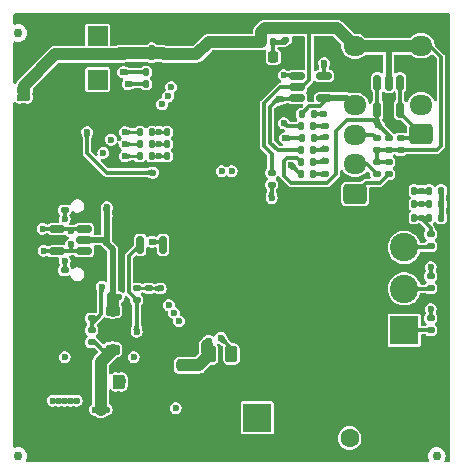
<source format=gbr>
%TF.GenerationSoftware,KiCad,Pcbnew,8.0.5*%
%TF.CreationDate,2024-09-12T14:04:11+03:00*%
%TF.ProjectId,Small_ESC,536d616c-6c5f-4455-9343-2e6b69636164,rev?*%
%TF.SameCoordinates,Original*%
%TF.FileFunction,Copper,L4,Bot*%
%TF.FilePolarity,Positive*%
%FSLAX46Y46*%
G04 Gerber Fmt 4.6, Leading zero omitted, Abs format (unit mm)*
G04 Created by KiCad (PCBNEW 8.0.5) date 2024-09-12 14:04:11*
%MOMM*%
%LPD*%
G01*
G04 APERTURE LIST*
G04 Aperture macros list*
%AMRoundRect*
0 Rectangle with rounded corners*
0 $1 Rounding radius*
0 $2 $3 $4 $5 $6 $7 $8 $9 X,Y pos of 4 corners*
0 Add a 4 corners polygon primitive as box body*
4,1,4,$2,$3,$4,$5,$6,$7,$8,$9,$2,$3,0*
0 Add four circle primitives for the rounded corners*
1,1,$1+$1,$2,$3*
1,1,$1+$1,$4,$5*
1,1,$1+$1,$6,$7*
1,1,$1+$1,$8,$9*
0 Add four rect primitives between the rounded corners*
20,1,$1+$1,$2,$3,$4,$5,0*
20,1,$1+$1,$4,$5,$6,$7,0*
20,1,$1+$1,$6,$7,$8,$9,0*
20,1,$1+$1,$8,$9,$2,$3,0*%
G04 Aperture macros list end*
%TA.AperFunction,ComponentPad*%
%ADD10O,1.800000X1.000000*%
%TD*%
%TA.AperFunction,ComponentPad*%
%ADD11O,2.100000X1.000000*%
%TD*%
%TA.AperFunction,ComponentPad*%
%ADD12RoundRect,0.250000X0.725000X-0.600000X0.725000X0.600000X-0.725000X0.600000X-0.725000X-0.600000X0*%
%TD*%
%TA.AperFunction,ComponentPad*%
%ADD13O,1.950000X1.700000*%
%TD*%
%TA.AperFunction,ComponentPad*%
%ADD14R,2.400000X2.400000*%
%TD*%
%TA.AperFunction,ComponentPad*%
%ADD15C,2.400000*%
%TD*%
%TA.AperFunction,ComponentPad*%
%ADD16R,1.700000X1.700000*%
%TD*%
%TA.AperFunction,ComponentPad*%
%ADD17O,1.700000X1.700000*%
%TD*%
%TA.AperFunction,ComponentPad*%
%ADD18C,1.600000*%
%TD*%
%TA.AperFunction,SMDPad,CuDef*%
%ADD19RoundRect,0.135000X-0.185000X0.135000X-0.185000X-0.135000X0.185000X-0.135000X0.185000X0.135000X0*%
%TD*%
%TA.AperFunction,SMDPad,CuDef*%
%ADD20RoundRect,0.135000X0.135000X0.185000X-0.135000X0.185000X-0.135000X-0.185000X0.135000X-0.185000X0*%
%TD*%
%TA.AperFunction,SMDPad,CuDef*%
%ADD21RoundRect,0.250000X0.262500X0.450000X-0.262500X0.450000X-0.262500X-0.450000X0.262500X-0.450000X0*%
%TD*%
%TA.AperFunction,SMDPad,CuDef*%
%ADD22RoundRect,0.150000X-0.512500X-0.150000X0.512500X-0.150000X0.512500X0.150000X-0.512500X0.150000X0*%
%TD*%
%TA.AperFunction,SMDPad,CuDef*%
%ADD23RoundRect,0.135000X-0.135000X-0.185000X0.135000X-0.185000X0.135000X0.185000X-0.135000X0.185000X0*%
%TD*%
%TA.AperFunction,SMDPad,CuDef*%
%ADD24RoundRect,0.250000X0.475000X-0.250000X0.475000X0.250000X-0.475000X0.250000X-0.475000X-0.250000X0*%
%TD*%
%TA.AperFunction,SMDPad,CuDef*%
%ADD25C,0.750000*%
%TD*%
%TA.AperFunction,SMDPad,CuDef*%
%ADD26RoundRect,0.135000X0.185000X-0.135000X0.185000X0.135000X-0.185000X0.135000X-0.185000X-0.135000X0*%
%TD*%
%TA.AperFunction,SMDPad,CuDef*%
%ADD27RoundRect,0.140000X-0.170000X0.140000X-0.170000X-0.140000X0.170000X-0.140000X0.170000X0.140000X0*%
%TD*%
%TA.AperFunction,SMDPad,CuDef*%
%ADD28RoundRect,0.140000X0.140000X0.170000X-0.140000X0.170000X-0.140000X-0.170000X0.140000X-0.170000X0*%
%TD*%
%TA.AperFunction,SMDPad,CuDef*%
%ADD29RoundRect,0.150000X0.512500X0.150000X-0.512500X0.150000X-0.512500X-0.150000X0.512500X-0.150000X0*%
%TD*%
%TA.AperFunction,SMDPad,CuDef*%
%ADD30RoundRect,0.140000X-0.140000X-0.170000X0.140000X-0.170000X0.140000X0.170000X-0.140000X0.170000X0*%
%TD*%
%TA.AperFunction,SMDPad,CuDef*%
%ADD31RoundRect,0.225000X-0.225000X-0.250000X0.225000X-0.250000X0.225000X0.250000X-0.225000X0.250000X0*%
%TD*%
%TA.AperFunction,SMDPad,CuDef*%
%ADD32RoundRect,0.225000X0.375000X-0.225000X0.375000X0.225000X-0.375000X0.225000X-0.375000X-0.225000X0*%
%TD*%
%TA.AperFunction,SMDPad,CuDef*%
%ADD33RoundRect,0.150000X0.150000X-0.512500X0.150000X0.512500X-0.150000X0.512500X-0.150000X-0.512500X0*%
%TD*%
%TA.AperFunction,SMDPad,CuDef*%
%ADD34RoundRect,0.225000X0.250000X-0.225000X0.250000X0.225000X-0.250000X0.225000X-0.250000X-0.225000X0*%
%TD*%
%TA.AperFunction,SMDPad,CuDef*%
%ADD35RoundRect,0.150000X-0.150000X0.587500X-0.150000X-0.587500X0.150000X-0.587500X0.150000X0.587500X0*%
%TD*%
%TA.AperFunction,ViaPad*%
%ADD36C,0.600000*%
%TD*%
%TA.AperFunction,Conductor*%
%ADD37C,1.000000*%
%TD*%
%TA.AperFunction,Conductor*%
%ADD38C,0.300000*%
%TD*%
%TA.AperFunction,Conductor*%
%ADD39C,0.500000*%
%TD*%
%TA.AperFunction,Conductor*%
%ADD40C,0.400000*%
%TD*%
%TA.AperFunction,Conductor*%
%ADD41C,0.250000*%
%TD*%
G04 APERTURE END LIST*
D10*
%TO.P,J1,S1,SHIELD*%
%TO.N,GND*%
X2735000Y15492000D03*
D11*
X6915000Y15492000D03*
D10*
X2735000Y24132000D03*
D11*
X6915000Y24132000D03*
%TD*%
D12*
%TO.P,J4,1*%
%TO.N,/UART TX*%
X35514000Y28762000D03*
D13*
%TO.P,J4,2*%
%TO.N,/UART RX{slash}PWM_IN*%
X35514000Y31262000D03*
%TO.P,J4,3*%
%TO.N,GND*%
X35514000Y33762000D03*
%TO.P,J4,4*%
%TO.N,+3.3V*%
X35514000Y36262000D03*
%TD*%
D12*
%TO.P,J5,1*%
%TO.N,/Hall_A{slash}SCK*%
X29926000Y23722000D03*
D13*
%TO.P,J5,2*%
%TO.N,/Hall_B{slash}MOSI*%
X29926000Y26222000D03*
%TO.P,J5,3*%
%TO.N,/Hall_C{slash}MISO*%
X29926000Y28722000D03*
%TO.P,J5,4*%
%TO.N,/CS*%
X29926000Y31222000D03*
%TO.P,J5,5*%
%TO.N,GND*%
X29926000Y33722000D03*
%TO.P,J5,6*%
%TO.N,+3.3V*%
X29926000Y36222000D03*
%TD*%
D14*
%TO.P,J2,1,Pin_1*%
%TO.N,/OUT_A*%
X34098000Y12192000D03*
D15*
%TO.P,J2,2,Pin_2*%
%TO.N,/OUT_B*%
X34098000Y15692000D03*
%TO.P,J2,3,Pin_3*%
%TO.N,/OUT_C*%
X34098000Y19192000D03*
%TD*%
D16*
%TO.P,SW2,1,1*%
%TO.N,/ESP_EN*%
X8133000Y37084000D03*
D17*
%TO.P,SW2,2,2*%
%TO.N,GND*%
X5593000Y37084000D03*
%TD*%
D16*
%TO.P,SW1,1,1*%
%TO.N,/ESP_IO0*%
X8133000Y33401000D03*
D17*
%TO.P,SW1,2,2*%
%TO.N,GND*%
X5593000Y33401000D03*
%TD*%
D18*
%TO.P,C16,1*%
%TO.N,VBUS*%
X29464000Y3048000D03*
%TO.P,C16,2*%
%TO.N,GND*%
X29464000Y8048000D03*
%TD*%
D14*
%TO.P,J3,1,Pin_1*%
%TO.N,VBUS*%
X21646000Y4764000D03*
D15*
%TO.P,J3,2,Pin_2*%
%TO.N,GND*%
X25146000Y4764000D03*
%TD*%
D19*
%TO.P,R15,1*%
%TO.N,/UART RX{slash}PWM_IN*%
X32766000Y28450000D03*
%TO.P,R15,2*%
%TO.N,+3.3V*%
X32766000Y27430000D03*
%TD*%
%TO.P,R28,1*%
%TO.N,/SENSE_A*%
X36322000Y13210000D03*
%TO.P,R28,2*%
%TO.N,/OUT_A*%
X36322000Y12190000D03*
%TD*%
D20*
%TO.P,R29,1*%
%TO.N,Net-(R27-Pad1)*%
X37213000Y22860000D03*
%TO.P,R29,2*%
%TO.N,/SENSE_B*%
X36193000Y22860000D03*
%TD*%
%TO.P,R19,1*%
%TO.N,Net-(IC2-IO39)*%
X26401357Y29464000D03*
%TO.P,R19,2*%
%TO.N,/Hall_C{slash}MISO*%
X25381357Y29464000D03*
%TD*%
%TO.P,R10,1*%
%TO.N,Net-(IC2-IO35)*%
X26397431Y25400000D03*
%TO.P,R10,2*%
%TO.N,/UART TX*%
X25377431Y25400000D03*
%TD*%
%TO.P,R13,1*%
%TO.N,/ESP_EN*%
X22989000Y36576000D03*
%TO.P,R13,2*%
%TO.N,+3.3V*%
X21969000Y36576000D03*
%TD*%
D21*
%TO.P,R18,1*%
%TO.N,Net-(IC1-SW_BK)*%
X19454500Y10160000D03*
%TO.P,R18,2*%
%TO.N,/DRV_BUCK*%
X17629500Y10160000D03*
%TD*%
D22*
%TO.P,U1,6,I/O4*%
%TO.N,/D-*%
X6979500Y18862000D03*
%TO.P,U1,5,VBUS*%
%TO.N,Net-(D1-A)*%
X6979500Y19812000D03*
%TO.P,U1,4,I/O3*%
%TO.N,/D+*%
X6979500Y20762000D03*
%TO.P,U1,3,I/O2*%
X4704500Y20762000D03*
%TO.P,U1,2,GND*%
%TO.N,GND*%
X4704500Y19812000D03*
%TO.P,U1,1,I/O1*%
%TO.N,/D-*%
X4704500Y18862000D03*
%TD*%
D23*
%TO.P,R24,1*%
%TO.N,GND*%
X33907000Y24003000D03*
%TO.P,R24,2*%
%TO.N,/SENSE_A*%
X34927000Y24003000D03*
%TD*%
D19*
%TO.P,R33,1*%
%TO.N,/VREF*%
X11430000Y15752000D03*
%TO.P,R33,2*%
%TO.N,+3.3V*%
X11430000Y14732000D03*
%TD*%
D20*
%TO.P,R20,1*%
%TO.N,Net-(IC2-IO40)*%
X26418000Y30480000D03*
%TO.P,R20,2*%
%TO.N,/CS*%
X25398000Y30480000D03*
%TD*%
D24*
%TO.P,C6,2*%
%TO.N,GND*%
X10414000Y37526000D03*
%TO.P,C6,1*%
%TO.N,+3.3V*%
X10414000Y35626000D03*
%TD*%
D25*
%TO.P,FID4,*%
%TO.N,*%
X1422400Y37338000D03*
%TD*%
D19*
%TO.P,R30,1*%
%TO.N,/SENSE_B*%
X36322000Y16766000D03*
%TO.P,R30,2*%
%TO.N,/OUT_B*%
X36322000Y15746000D03*
%TD*%
%TO.P,R32,1*%
%TO.N,/SENSE_C*%
X36322000Y20322000D03*
%TO.P,R32,2*%
%TO.N,/OUT_C*%
X36322000Y19302000D03*
%TD*%
D26*
%TO.P,R17,1*%
%TO.N,/DRV_nFAULT*%
X22860000Y24509000D03*
%TO.P,R17,2*%
%TO.N,+3.3V*%
X22860000Y25529000D03*
%TD*%
D20*
%TO.P,R27,1*%
%TO.N,Net-(R27-Pad1)*%
X37213000Y24003000D03*
%TO.P,R27,2*%
%TO.N,/SENSE_A*%
X36193000Y24003000D03*
%TD*%
%TO.P,R21,1*%
%TO.N,/SOA*%
X12700000Y28956000D03*
%TO.P,R21,2*%
%TO.N,/CS_A*%
X11680000Y28956000D03*
%TD*%
%TO.P,R31,1*%
%TO.N,Net-(R27-Pad1)*%
X37213000Y21717000D03*
%TO.P,R31,2*%
%TO.N,/SENSE_C*%
X36193000Y21717000D03*
%TD*%
D24*
%TO.P,C20,2*%
%TO.N,GND*%
X15494000Y11110000D03*
%TO.P,C20,1*%
%TO.N,/DRV_BUCK*%
X15494000Y9210000D03*
%TD*%
D19*
%TO.P,R16,1*%
%TO.N,/UART TX*%
X33782000Y28450000D03*
%TO.P,R16,2*%
%TO.N,+3.3V*%
X33782000Y27430000D03*
%TD*%
D27*
%TO.P,C17,2*%
%TO.N,GND*%
X12446000Y14762000D03*
%TO.P,C17,1*%
%TO.N,/VREF*%
X12446000Y15722000D03*
%TD*%
D28*
%TO.P,C26,2*%
%TO.N,/TEMP_ADC*%
X12220000Y33020000D03*
%TO.P,C26,1*%
%TO.N,GND*%
X13180000Y33020000D03*
%TD*%
D20*
%TO.P,R14,1*%
%TO.N,Net-(IC2-IO38)*%
X26412565Y28448000D03*
%TO.P,R14,2*%
%TO.N,/Hall_B{slash}MOSI*%
X25392565Y28448000D03*
%TD*%
D26*
%TO.P,R3,1*%
%TO.N,VBUS*%
X7620000Y11174000D03*
%TO.P,R3,2*%
%TO.N,/Vbus_ADC*%
X7620000Y12194000D03*
%TD*%
D25*
%TO.P,FID5,*%
%TO.N,*%
X1422400Y1524000D03*
%TD*%
D26*
%TO.P,R7,1*%
%TO.N,+3.3V*%
X31750000Y27430000D03*
%TO.P,R7,2*%
%TO.N,/Hall_C{slash}MISO*%
X31750000Y28450000D03*
%TD*%
D28*
%TO.P,C7,2*%
%TO.N,/Vbus_ADC*%
X12220000Y34036000D03*
%TO.P,C7,1*%
%TO.N,GND*%
X13180000Y34036000D03*
%TD*%
D20*
%TO.P,R12,1*%
%TO.N,Net-(IC2-IO37)*%
X26407433Y27432000D03*
%TO.P,R12,2*%
%TO.N,/Hall_A{slash}SCK*%
X25387433Y27432000D03*
%TD*%
D19*
%TO.P,R4,1*%
%TO.N,GND*%
X7620000Y14226000D03*
%TO.P,R4,2*%
%TO.N,/Vbus_ADC*%
X7620000Y13206000D03*
%TD*%
D29*
%TO.P,U3,1,I/O1*%
%TO.N,/Hall_C{slash}MISO*%
X27299500Y33716000D03*
%TO.P,U3,2,GND*%
%TO.N,GND*%
X27299500Y32766000D03*
%TO.P,U3,3,I/O2*%
%TO.N,/CS*%
X27299500Y31816000D03*
%TO.P,U3,4,I/O3*%
%TO.N,/Hall_A{slash}SCK*%
X25024500Y31816000D03*
%TO.P,U3,5,VBUS*%
%TO.N,+3.3V*%
X25024500Y32766000D03*
%TO.P,U3,6,I/O4*%
%TO.N,/Hall_B{slash}MOSI*%
X25024500Y33716000D03*
%TD*%
D19*
%TO.P,R8,1*%
%TO.N,+3.3V*%
X31750000Y26418000D03*
%TO.P,R8,2*%
%TO.N,/Hall_B{slash}MOSI*%
X31750000Y25398000D03*
%TD*%
D23*
%TO.P,R25,1*%
%TO.N,GND*%
X33907000Y22860000D03*
%TO.P,R25,2*%
%TO.N,/SENSE_B*%
X34927000Y22860000D03*
%TD*%
D19*
%TO.P,R5,1*%
%TO.N,GND*%
X5334000Y23370000D03*
%TO.P,R5,2*%
%TO.N,Net-(J1-CC1)*%
X5334000Y22350000D03*
%TD*%
D20*
%TO.P,R23,1*%
%TO.N,/SOC*%
X12700000Y26924000D03*
%TO.P,R23,2*%
%TO.N,/CS_C*%
X11680000Y26924000D03*
%TD*%
D30*
%TO.P,C25,2*%
%TO.N,GND*%
X14956000Y26924000D03*
%TO.P,C25,1*%
%TO.N,/SOC*%
X13996000Y26924000D03*
%TD*%
D31*
%TO.P,C8,2*%
%TO.N,/ESP_EN*%
X23000000Y35306000D03*
%TO.P,C8,1*%
%TO.N,GND*%
X21450000Y35306000D03*
%TD*%
D19*
%TO.P,R9,1*%
%TO.N,+3.3V*%
X32766000Y26418000D03*
%TO.P,R9,2*%
%TO.N,/Hall_A{slash}SCK*%
X32766000Y25398000D03*
%TD*%
D20*
%TO.P,R22,1*%
%TO.N,/SOB*%
X12700000Y27940000D03*
%TO.P,R22,2*%
%TO.N,/CS_B*%
X11680000Y27940000D03*
%TD*%
D32*
%TO.P,D1,1,K*%
%TO.N,VBUS*%
X9398000Y10542000D03*
%TO.P,D1,2,A*%
%TO.N,Net-(D1-A)*%
X9398000Y13842000D03*
%TD*%
D26*
%TO.P,R6,1*%
%TO.N,GND*%
X5334000Y16254000D03*
%TO.P,R6,2*%
%TO.N,Net-(J1-CC2)*%
X5334000Y17274000D03*
%TD*%
D23*
%TO.P,R26,1*%
%TO.N,GND*%
X33907000Y21717000D03*
%TO.P,R26,2*%
%TO.N,/SENSE_C*%
X34927000Y21717000D03*
%TD*%
D20*
%TO.P,R11,1*%
%TO.N,Net-(IC2-IO36)*%
X26391187Y26416000D03*
%TO.P,R11,2*%
%TO.N,/UART RX{slash}PWM_IN*%
X25371187Y26416000D03*
%TD*%
D30*
%TO.P,C24,2*%
%TO.N,GND*%
X14956000Y27940000D03*
%TO.P,C24,1*%
%TO.N,/SOB*%
X13996000Y27940000D03*
%TD*%
D33*
%TO.P,U4,6,I/O4*%
%TO.N,/UART TX*%
X33716000Y33141500D03*
%TO.P,U4,5,VBUS*%
%TO.N,+3.3V*%
X32766000Y33141500D03*
%TO.P,U4,4,I/O3*%
%TO.N,/UART RX{slash}PWM_IN*%
X31816000Y33141500D03*
%TO.P,U4,3,I/O2*%
X31816000Y30866500D03*
%TO.P,U4,2,GND*%
%TO.N,GND*%
X32766000Y30866500D03*
%TO.P,U4,1,I/O1*%
%TO.N,/UART TX*%
X33716000Y30866500D03*
%TD*%
D25*
%TO.P,FID6,*%
%TO.N,*%
X36830000Y1524000D03*
%TD*%
D34*
%TO.P,C5,2*%
%TO.N,GND*%
X13716000Y37097000D03*
%TO.P,C5,1*%
%TO.N,+3.3V*%
X13716000Y35547000D03*
%TD*%
D35*
%TO.P,U2,1,V_{DD}*%
%TO.N,+3.3V*%
X11750000Y19428700D03*
%TO.P,U2,2,V_{OUT}*%
%TO.N,/TEMP_ADC*%
X13650000Y19428700D03*
%TO.P,U2,3,GND*%
%TO.N,GND*%
X12700000Y17553700D03*
%TD*%
D30*
%TO.P,C23,2*%
%TO.N,GND*%
X14956000Y28956000D03*
%TO.P,C23,1*%
%TO.N,/SOA*%
X13996000Y28956000D03*
%TD*%
D36*
%TO.N,Net-(PS1-SW)*%
X4317791Y6223000D03*
X5842209Y6223000D03*
X9652000Y7493000D03*
X5334000Y6223000D03*
X11176000Y9906000D03*
X10160209Y7493000D03*
X9651791Y8128000D03*
X10160000Y8128000D03*
X6350000Y6223000D03*
X4826000Y6223000D03*
%TO.N,+3.3V*%
X1524000Y32512000D03*
X2159000Y31877000D03*
X12700000Y36068000D03*
X1524000Y31877000D03*
X14732000Y5588000D03*
X5334000Y9906000D03*
X2159000Y32512000D03*
X11430000Y12065000D03*
X12700000Y35306000D03*
%TO.N,GND*%
X13396144Y13018464D03*
X2896144Y37018464D03*
X28396144Y5518464D03*
X3911600Y1625600D03*
X23164800Y12192000D03*
X11684000Y20929600D03*
X18033791Y1524000D03*
X25396144Y11518464D03*
X2896144Y2518464D03*
X25396144Y19018464D03*
X20955000Y14859000D03*
X20955000Y16637000D03*
X21463000Y15748000D03*
X6350000Y1524000D03*
X10413791Y1524000D03*
X20320000Y15748000D03*
X1828800Y3962400D03*
X27381200Y22758400D03*
X20320000Y35560000D03*
X34396144Y10018464D03*
X17830800Y32308800D03*
X37396144Y26518464D03*
X20523200Y2235200D03*
X23571200Y30632400D03*
X27736800Y19608800D03*
X20320000Y34899600D03*
X29896144Y5518464D03*
X18643600Y32308800D03*
X10922000Y1524000D03*
X37396144Y37018464D03*
X18034000Y13970000D03*
X14896144Y34018464D03*
X11684000Y22352000D03*
X18542000Y1524000D03*
X29896144Y10018464D03*
X7873791Y1524000D03*
X13970000Y1524000D03*
X16916400Y32308800D03*
X5842000Y1524000D03*
X16784954Y27910154D03*
X33909000Y5842000D03*
X6858209Y1524000D03*
X17526000Y16637000D03*
X16002000Y1524000D03*
X26896144Y7018464D03*
X21463000Y13970000D03*
X31396144Y10018464D03*
X17018209Y1524000D03*
X2896144Y11518464D03*
X1676400Y6604000D03*
X35896144Y10018464D03*
X37396144Y5518464D03*
X17526000Y1524000D03*
X17526000Y14859000D03*
X11430000Y1524000D03*
X18034000Y15748000D03*
X32893000Y5842000D03*
X33401209Y5842000D03*
X5333791Y1524000D03*
X19177000Y15748000D03*
X7366000Y1524000D03*
X18643600Y30683200D03*
X37396144Y10018464D03*
X8890000Y1524000D03*
X4396144Y31018464D03*
X26924000Y10210800D03*
X24942800Y20523200D03*
X22396144Y34018464D03*
X34396144Y25018464D03*
X9906000Y1524000D03*
X16052800Y19151600D03*
X8382000Y1524000D03*
X35896144Y26518464D03*
X32715200Y1676400D03*
X31648400Y23622000D03*
X4622800Y29616400D03*
X37396144Y8518464D03*
X18542000Y7493000D03*
X2896144Y10018464D03*
X19812000Y16637000D03*
X25396144Y7018464D03*
X37396144Y7018464D03*
X34645600Y1676400D03*
X13396144Y11518464D03*
X37396144Y25018464D03*
X15493791Y1524000D03*
X28396144Y10018464D03*
X9398209Y1524000D03*
X21082000Y22098000D03*
X11938209Y1524000D03*
X35610800Y38049200D03*
X18135600Y8483600D03*
X20320000Y13970000D03*
X19507200Y29819600D03*
X12446000Y1524000D03*
X20320000Y32308800D03*
X21640800Y32562800D03*
X9525000Y12065000D03*
X19507200Y33172400D03*
X34416791Y5842000D03*
X17830800Y31496000D03*
X33731200Y29362400D03*
X32385000Y5842000D03*
X1524000Y34340800D03*
X19812000Y14859000D03*
X9525000Y12573000D03*
X16000000Y21000000D03*
X13462000Y1524000D03*
X34925000Y5842000D03*
X37396144Y11518464D03*
X16510000Y1524000D03*
X22098000Y16637000D03*
X23876000Y11430000D03*
X17830800Y33172400D03*
X19177000Y13970000D03*
X37396144Y4018464D03*
X17830800Y30683200D03*
X31876791Y5842000D03*
X20320000Y30683200D03*
X9525000Y11556791D03*
X14478209Y1524000D03*
X19507200Y31496000D03*
X26924000Y9448800D03*
X19507200Y30683200D03*
X2896144Y13018464D03*
X15646400Y37693600D03*
X37396144Y13018464D03*
X32896144Y10018464D03*
X32969200Y38303200D03*
X26896144Y5518464D03*
X30734000Y1676400D03*
X12953791Y1524000D03*
X18669000Y16637000D03*
X26896144Y4018464D03*
X22098000Y14859000D03*
X18669000Y14859000D03*
X1676400Y8432800D03*
X19507200Y32308800D03*
X14986000Y1524000D03*
%TO.N,VBUS*%
X8890209Y5461000D03*
X8382000Y5461000D03*
X7874209Y5461000D03*
%TO.N,/Vbus_ADC*%
X10287000Y34036000D03*
X8621000Y27193000D03*
X8509000Y15875000D03*
%TO.N,/ESP_EN*%
X24066500Y36766500D03*
%TO.N,/VREF*%
X13462000Y15722000D03*
%TO.N,/DRV_BUCK*%
X17526000Y11303000D03*
%TO.N,/SOA*%
X15020106Y12954000D03*
X13323831Y28979387D03*
%TO.N,/SOB*%
X14601928Y13635418D03*
X13323831Y27949780D03*
%TO.N,/SOC*%
X13347637Y26902318D03*
X14169952Y14308174D03*
%TO.N,Net-(D1-A)*%
X8890000Y22606000D03*
X9906000Y14986000D03*
X9144000Y14986000D03*
X8890000Y21844000D03*
%TO.N,/LED_DIN*%
X7239000Y28956000D03*
X12827000Y25527000D03*
%TO.N,Net-(IC1-SW_BK)*%
X18544270Y11554952D03*
%TO.N,/DRV_nFAULT*%
X22860000Y23368000D03*
%TO.N,/CS_A*%
X10414000Y28956000D03*
%TO.N,/CS_B*%
X10414000Y27940000D03*
%TO.N,/CS_C*%
X10414000Y26924000D03*
%TO.N,/TEMP_ADC*%
X9271000Y28321000D03*
X12700000Y19659600D03*
X10668000Y33020000D03*
%TO.N,/D-*%
X3556000Y18923000D03*
X18625000Y25654000D03*
X5849517Y19453017D03*
%TO.N,/D+*%
X19475000Y25654000D03*
X5842000Y20574000D03*
X3464500Y20762000D03*
%TO.N,/SENSE_A*%
X14351000Y32766000D03*
X36322000Y13970000D03*
X35560000Y24003000D03*
%TO.N,/SENSE_B*%
X35560000Y22860000D03*
X14097000Y32004000D03*
X36322000Y17526000D03*
%TO.N,/SENSE_C*%
X13589000Y31305000D03*
X35560000Y21717000D03*
%TO.N,Net-(IC2-IO35)*%
X27432000Y25400000D03*
%TO.N,Net-(IC2-IO36)*%
X27432000Y26543000D03*
%TO.N,Net-(IC2-IO37)*%
X27432000Y27559000D03*
%TO.N,Net-(IC2-IO38)*%
X27446767Y28560233D03*
%TO.N,Net-(IC2-IO39)*%
X27432000Y29464000D03*
%TO.N,Net-(J1-CC1)*%
X5334000Y21590000D03*
%TO.N,Net-(J1-CC2)*%
X5334000Y18034000D03*
%TO.N,/UART TX*%
X24533872Y26147500D03*
%TO.N,/UART RX{slash}PWM_IN*%
X31877000Y29591000D03*
%TO.N,/Hall_A{slash}SCK*%
X23495000Y31750000D03*
%TO.N,/Hall_B{slash}MOSI*%
X24003000Y28448000D03*
X23876000Y33782000D03*
%TO.N,/Hall_C{slash}MISO*%
X27305000Y34798000D03*
X23876000Y29718000D03*
%TO.N,Net-(IC2-IO40)*%
X27305000Y30480000D03*
%TD*%
D37*
%TO.N,Net-(PS1-SW)*%
X9906000Y7747000D02*
X10033000Y7874000D01*
D38*
%TO.N,+3.3V*%
X10760000Y18438700D02*
X11750000Y19428700D01*
X36828000Y27430000D02*
X37211000Y27813000D01*
X31750000Y26418000D02*
X32766000Y26418000D01*
D37*
X26060400Y37766500D02*
X28381500Y37766500D01*
D38*
X22860000Y25529000D02*
X22860000Y27127200D01*
D37*
X28381500Y37766500D02*
X29926000Y36222000D01*
X10414000Y35626000D02*
X13637000Y35626000D01*
X13716000Y35547000D02*
X16497000Y35547000D01*
X10414000Y35626000D02*
X10322000Y35534000D01*
D38*
X25444107Y32766000D02*
X26060400Y33382293D01*
D39*
X32806000Y36262000D02*
X35514000Y36262000D01*
D38*
X22233000Y31407239D02*
X23591761Y32766000D01*
D37*
X4546000Y35534000D02*
X1905000Y32893000D01*
D38*
X25024500Y32766000D02*
X25444107Y32766000D01*
X33782000Y27430000D02*
X36828000Y27430000D01*
D37*
X1905000Y32893000D02*
X1905000Y32131000D01*
X21969000Y36576000D02*
X21969000Y37463000D01*
D38*
X22860000Y27127200D02*
X22233000Y27754200D01*
X11430000Y14732000D02*
X10760000Y15402000D01*
D37*
X29926000Y36222000D02*
X35474000Y36222000D01*
D39*
X32766000Y33141500D02*
X32766000Y36222000D01*
D37*
X35474000Y36222000D02*
X35514000Y36262000D01*
X22272500Y37766500D02*
X26060400Y37766500D01*
X13637000Y35626000D02*
X13716000Y35547000D01*
D38*
X22233000Y27754200D02*
X22233000Y31407239D01*
D37*
X17526000Y36576000D02*
X21969000Y36576000D01*
D38*
X37211000Y35306000D02*
X36255000Y36262000D01*
X36255000Y36262000D02*
X35514000Y36262000D01*
D37*
X16497000Y35547000D02*
X17526000Y36576000D01*
D38*
X11430000Y12065000D02*
X11430000Y14732000D01*
X10760000Y15402000D02*
X10760000Y18438700D01*
D37*
X10322000Y35534000D02*
X4546000Y35534000D01*
D39*
X32766000Y36222000D02*
X32806000Y36262000D01*
D38*
X31750000Y27430000D02*
X33782000Y27430000D01*
D37*
X21969000Y37463000D02*
X22272500Y37766500D01*
D38*
X26060400Y33382293D02*
X26060400Y37766500D01*
X23591761Y32766000D02*
X25024500Y32766000D01*
X37211000Y27813000D02*
X37211000Y35306000D01*
X31750000Y27430000D02*
X31750000Y26418000D01*
%TO.N,GND*%
X29926000Y33722000D02*
X28970000Y32766000D01*
X28970000Y32766000D02*
X27299500Y32766000D01*
%TO.N,VBUS*%
X7620000Y11174000D02*
X7876000Y11174000D01*
D37*
X9398000Y10542000D02*
X8382000Y9526000D01*
X8382000Y9526000D02*
X8382000Y5461000D01*
D38*
X7876000Y11174000D02*
X8508000Y10542000D01*
X8508000Y10542000D02*
X9398000Y10542000D01*
%TO.N,/Vbus_ADC*%
X8509000Y15875000D02*
X8448000Y15814000D01*
X7620000Y13206000D02*
X7620000Y12700000D01*
X8448000Y13528000D02*
X7620000Y12700000D01*
X7620000Y12700000D02*
X7620000Y12194000D01*
X12220000Y34036000D02*
X10287000Y34036000D01*
X8448000Y15814000D02*
X8448000Y13528000D01*
D40*
%TO.N,/ESP_EN*%
X23876000Y36576000D02*
X22989000Y36576000D01*
X24066500Y36766500D02*
X23876000Y36576000D01*
D38*
X23000000Y36565000D02*
X22989000Y36576000D01*
X23000000Y35306000D02*
X23000000Y36565000D01*
D41*
%TO.N,/VREF*%
X13462000Y15722000D02*
X12446000Y15722000D01*
X12416000Y15752000D02*
X12446000Y15722000D01*
X11430000Y15752000D02*
X12416000Y15752000D01*
D37*
%TO.N,/DRV_BUCK*%
X16679500Y9210000D02*
X17629500Y10160000D01*
X15494000Y9210000D02*
X16679500Y9210000D01*
X17399000Y10390500D02*
X17399000Y10922000D01*
D41*
%TO.N,/SOA*%
X13323831Y28979387D02*
X12723387Y28979387D01*
X13996000Y28956000D02*
X13347218Y28956000D01*
X12723387Y28979387D02*
X12700000Y28956000D01*
X13347218Y28956000D02*
X13323831Y28979387D01*
%TO.N,/SOB*%
X12709780Y27949780D02*
X12700000Y27940000D01*
X13323831Y27949780D02*
X12709780Y27949780D01*
X13996000Y27940000D02*
X13333611Y27940000D01*
X13333611Y27940000D02*
X13323831Y27949780D01*
%TO.N,/SOC*%
X13996000Y26924000D02*
X13369319Y26924000D01*
X13369319Y26924000D02*
X13347637Y26902318D01*
X12721682Y26902318D02*
X12700000Y26924000D01*
X13347637Y26902318D02*
X12721682Y26902318D01*
D39*
%TO.N,Net-(D1-A)*%
X8890000Y22606000D02*
X8890000Y19558000D01*
X8890000Y19558000D02*
X8636000Y19812000D01*
X9398000Y19050000D02*
X9398000Y15240000D01*
X9398000Y15240000D02*
X9144000Y14986000D01*
D37*
X9398000Y13842000D02*
X9398000Y14732000D01*
D39*
X8636000Y19812000D02*
X6979500Y19812000D01*
X8763000Y19685000D02*
X9398000Y19050000D01*
D38*
%TO.N,/LED_DIN*%
X7239000Y27178000D02*
X7239000Y28956000D01*
X12827000Y25527000D02*
X9017000Y25527000D01*
X8890000Y25527000D02*
X8509000Y25908000D01*
X8509000Y25908000D02*
X7239000Y27178000D01*
X9017000Y25527000D02*
X8890000Y25527000D01*
%TO.N,Net-(IC1-SW_BK)*%
X19454500Y10644722D02*
X18544270Y11554952D01*
X19454500Y10160000D02*
X19454500Y10644722D01*
%TO.N,/OUT_A*%
X36320000Y12192000D02*
X36322000Y12190000D01*
X34098000Y12192000D02*
X36320000Y12192000D01*
%TO.N,/OUT_B*%
X34098000Y15692000D02*
X36268000Y15692000D01*
X36268000Y15692000D02*
X36322000Y15746000D01*
%TO.N,/OUT_C*%
X34098000Y19192000D02*
X36212000Y19192000D01*
X36212000Y19192000D02*
X36322000Y19302000D01*
%TO.N,/DRV_nFAULT*%
X22860000Y24509000D02*
X22860000Y23368000D01*
D41*
%TO.N,/CS_A*%
X11680000Y28956000D02*
X10414000Y28956000D01*
%TO.N,/CS_B*%
X11680000Y27940000D02*
X10414000Y27940000D01*
%TO.N,/CS_C*%
X10414000Y26924000D02*
X11680000Y26924000D01*
D38*
%TO.N,/TEMP_ADC*%
X13419100Y19659600D02*
X13650000Y19428700D01*
X12220000Y33020000D02*
X10668000Y33020000D01*
X12700000Y19659600D02*
X13419100Y19659600D01*
%TO.N,/D-*%
X3556000Y18923000D02*
X3617000Y18862000D01*
X3617000Y18862000D02*
X4704500Y18862000D01*
X5849517Y19453017D02*
X5842000Y19445500D01*
X4704500Y18862000D02*
X5842000Y18862000D01*
X5842000Y18862000D02*
X6979500Y18862000D01*
X5842000Y19445500D02*
X5842000Y18862000D01*
%TO.N,/D+*%
X4704500Y20762000D02*
X6979500Y20762000D01*
X3464500Y20762000D02*
X4704500Y20762000D01*
%TO.N,/SENSE_A*%
X36322000Y13970000D02*
X36322000Y13210000D01*
D40*
X34927000Y24003000D02*
X36193000Y24003000D01*
D38*
%TO.N,/SENSE_B*%
X36322000Y16766000D02*
X36322000Y17526000D01*
X34927000Y22860000D02*
X36193000Y22860000D01*
%TO.N,/SENSE_C*%
X36322000Y20828000D02*
X36322000Y20322000D01*
X35560000Y21717000D02*
X34927000Y21717000D01*
X35560000Y21590000D02*
X36322000Y20828000D01*
X34927000Y21717000D02*
X36193000Y21717000D01*
%TO.N,Net-(IC2-IO35)*%
X26397431Y25400000D02*
X27432000Y25400000D01*
%TO.N,Net-(IC2-IO36)*%
X27305000Y26416000D02*
X27432000Y26543000D01*
X26391187Y26416000D02*
X27305000Y26416000D01*
%TO.N,Net-(IC2-IO37)*%
X27305000Y27432000D02*
X27432000Y27559000D01*
X26407433Y27432000D02*
X27305000Y27432000D01*
%TO.N,Net-(IC2-IO38)*%
X26412565Y28448000D02*
X27334534Y28448000D01*
X27334534Y28448000D02*
X27446767Y28560233D01*
%TO.N,Net-(IC2-IO39)*%
X26401357Y29464000D02*
X27432000Y29464000D01*
%TO.N,Net-(J1-CC1)*%
X5334000Y21590000D02*
X5334000Y22350000D01*
%TO.N,Net-(J1-CC2)*%
X5334000Y18034000D02*
X5334000Y17274000D01*
%TO.N,/UART TX*%
X24533872Y26147500D02*
X25281372Y25400000D01*
X33716000Y30560000D02*
X35514000Y28762000D01*
X35202000Y28450000D02*
X35514000Y28762000D01*
X25281372Y25400000D02*
X25377431Y25400000D01*
X33716000Y30866500D02*
X33716000Y30560000D01*
X33782000Y28450000D02*
X35202000Y28450000D01*
X33716000Y33141500D02*
X33716000Y30866500D01*
%TO.N,/UART RX{slash}PWM_IN*%
X23884372Y26551372D02*
X24130000Y26797000D01*
X24511000Y24638000D02*
X23884372Y25264628D01*
X29281972Y29972000D02*
X28321000Y29011028D01*
X28321000Y25369761D02*
X27589239Y24638000D01*
X31816000Y29652000D02*
X31816000Y30866500D01*
X28321000Y29011028D02*
X28321000Y25369761D01*
X24130000Y26797000D02*
X24990187Y26797000D01*
X24990187Y26797000D02*
X25371187Y26416000D01*
X31816000Y33141500D02*
X31816000Y30866500D01*
X32766000Y28702000D02*
X31816000Y29652000D01*
X27589239Y24638000D02*
X24511000Y24638000D01*
X23884372Y25264628D02*
X23884372Y26551372D01*
X31877000Y29591000D02*
X31496000Y29972000D01*
X31496000Y29972000D02*
X29281972Y29972000D01*
X32766000Y28450000D02*
X32766000Y28702000D01*
%TO.N,/Hall_A{slash}SCK*%
X30842000Y24638000D02*
X32006000Y24638000D01*
X23368000Y27432000D02*
X25387433Y27432000D01*
X24958500Y31750000D02*
X25024500Y31816000D01*
X23368000Y31750000D02*
X22733000Y31115000D01*
X32006000Y24638000D02*
X32766000Y25398000D01*
X23495000Y31750000D02*
X23368000Y31750000D01*
X22733000Y31115000D02*
X22733000Y28067000D01*
X29926000Y23722000D02*
X30842000Y24638000D01*
X23495000Y31750000D02*
X24958500Y31750000D01*
X22733000Y28067000D02*
X23368000Y27432000D01*
%TO.N,/Hall_B{slash}MOSI*%
X29926000Y26222000D02*
X30926000Y26222000D01*
X24958500Y33782000D02*
X25024500Y33716000D01*
X30926000Y26222000D02*
X31750000Y25398000D01*
X23876000Y33782000D02*
X24958500Y33782000D01*
X24003000Y28448000D02*
X25392565Y28448000D01*
%TO.N,/Hall_C{slash}MISO*%
X27305000Y34798000D02*
X27305000Y33721500D01*
X31478000Y28722000D02*
X31750000Y28450000D01*
X24130000Y29464000D02*
X25381357Y29464000D01*
X29926000Y28722000D02*
X31478000Y28722000D01*
X27305000Y33721500D02*
X27299500Y33716000D01*
X23876000Y29718000D02*
X24130000Y29464000D01*
%TO.N,/CS*%
X27360500Y31877000D02*
X27299500Y31816000D01*
X27299500Y31490500D02*
X26959000Y31150000D01*
X26068000Y31150000D02*
X25398000Y30480000D01*
X27299500Y31816000D02*
X27299500Y31490500D01*
D39*
X29271000Y31877000D02*
X27360500Y31877000D01*
D38*
X26959000Y31150000D02*
X26068000Y31150000D01*
D39*
X29926000Y31222000D02*
X29271000Y31877000D01*
D38*
%TO.N,Net-(IC2-IO40)*%
X26418000Y30480000D02*
X27305000Y30480000D01*
D40*
%TO.N,Net-(R27-Pad1)*%
X37213000Y24003000D02*
X37213000Y21717000D01*
%TD*%
%TA.AperFunction,Conductor*%
%TO.N,GND*%
G36*
X37942539Y38979815D02*
G01*
X37988294Y38927011D01*
X37999500Y38875500D01*
X37999500Y1124500D01*
X37979815Y1057461D01*
X37927011Y1011706D01*
X37875500Y1000500D01*
X37611782Y1000500D01*
X37544743Y1020185D01*
X37498988Y1072989D01*
X37489044Y1142147D01*
X37506788Y1190472D01*
X37507785Y1192061D01*
X37510456Y1196310D01*
X37566313Y1355941D01*
X37566313Y1355942D01*
X37566314Y1355944D01*
X37585249Y1523998D01*
X37585249Y1524003D01*
X37566314Y1692057D01*
X37510454Y1851695D01*
X37510452Y1851698D01*
X37420481Y1994885D01*
X37420476Y1994891D01*
X37300890Y2114477D01*
X37300884Y2114482D01*
X37157697Y2204453D01*
X37157694Y2204455D01*
X36998056Y2260315D01*
X36830003Y2279249D01*
X36829997Y2279249D01*
X36661943Y2260315D01*
X36502305Y2204455D01*
X36502302Y2204453D01*
X36359115Y2114482D01*
X36359109Y2114477D01*
X36239523Y1994891D01*
X36239518Y1994885D01*
X36149547Y1851698D01*
X36149545Y1851695D01*
X36093685Y1692057D01*
X36074751Y1524003D01*
X36074751Y1523998D01*
X36093685Y1355944D01*
X36149545Y1196308D01*
X36153212Y1190472D01*
X36172212Y1123236D01*
X36151844Y1056400D01*
X36098577Y1011186D01*
X36048218Y1000500D01*
X2204182Y1000500D01*
X2137143Y1020185D01*
X2091388Y1072989D01*
X2081444Y1142147D01*
X2099188Y1190472D01*
X2100185Y1192061D01*
X2102856Y1196310D01*
X2158713Y1355941D01*
X2158713Y1355942D01*
X2158714Y1355944D01*
X2177649Y1523998D01*
X2177649Y1524003D01*
X2158714Y1692057D01*
X2102854Y1851695D01*
X2102852Y1851698D01*
X2012881Y1994885D01*
X2012876Y1994891D01*
X1893290Y2114477D01*
X1893284Y2114482D01*
X1750097Y2204453D01*
X1750094Y2204455D01*
X1590456Y2260315D01*
X1422403Y2279249D01*
X1422397Y2279249D01*
X1254342Y2260314D01*
X1165454Y2229211D01*
X1095675Y2225650D01*
X1035048Y2260379D01*
X1002821Y2322373D01*
X1000500Y2346253D01*
X1000500Y3048000D01*
X28458659Y3048000D01*
X28477975Y2851871D01*
X28535188Y2663267D01*
X28628086Y2489468D01*
X28628090Y2489461D01*
X28753116Y2337117D01*
X28905460Y2212091D01*
X28905467Y2212087D01*
X29079266Y2119189D01*
X29079269Y2119189D01*
X29079273Y2119186D01*
X29267868Y2061976D01*
X29464000Y2042659D01*
X29660132Y2061976D01*
X29848727Y2119186D01*
X30022538Y2212090D01*
X30174883Y2337117D01*
X30299910Y2489462D01*
X30392814Y2663273D01*
X30450024Y2851868D01*
X30469341Y3048000D01*
X30450024Y3244132D01*
X30392814Y3432727D01*
X30392811Y3432731D01*
X30392811Y3432734D01*
X30299913Y3606533D01*
X30299909Y3606540D01*
X30174883Y3758884D01*
X30022539Y3883910D01*
X30022532Y3883914D01*
X29848733Y3976812D01*
X29848727Y3976814D01*
X29660132Y4034024D01*
X29660129Y4034025D01*
X29464000Y4053341D01*
X29267870Y4034025D01*
X29079266Y3976812D01*
X28905467Y3883914D01*
X28905460Y3883910D01*
X28753116Y3758884D01*
X28628090Y3606540D01*
X28628086Y3606533D01*
X28535188Y3432734D01*
X28477975Y3244130D01*
X28458659Y3048000D01*
X1000500Y3048000D01*
X1000500Y6223000D01*
X3812144Y6223000D01*
X3832625Y6080544D01*
X3892413Y5949629D01*
X3892414Y5949627D01*
X3986663Y5840857D01*
X4107738Y5763047D01*
X4107741Y5763046D01*
X4107740Y5763046D01*
X4245827Y5722501D01*
X4245829Y5722500D01*
X4245830Y5722500D01*
X4389752Y5722500D01*
X4527844Y5763047D01*
X4527844Y5763048D01*
X4536354Y5765546D01*
X4537375Y5762067D01*
X4589423Y5769601D01*
X4607106Y5764420D01*
X4607437Y5765545D01*
X4754036Y5722501D01*
X4754038Y5722500D01*
X4754039Y5722500D01*
X4897962Y5722500D01*
X4897962Y5722501D01*
X4950797Y5738015D01*
X5044563Y5765545D01*
X5045591Y5762043D01*
X5097589Y5769544D01*
X5115101Y5764403D01*
X5115437Y5765545D01*
X5262036Y5722501D01*
X5262038Y5722500D01*
X5262039Y5722500D01*
X5405961Y5722500D01*
X5544053Y5763047D01*
X5544053Y5763048D01*
X5552563Y5765546D01*
X5553584Y5762067D01*
X5605632Y5769601D01*
X5623315Y5764420D01*
X5623646Y5765545D01*
X5770245Y5722501D01*
X5770247Y5722500D01*
X5770248Y5722500D01*
X5914171Y5722500D01*
X5914171Y5722501D01*
X5967006Y5738015D01*
X6060772Y5765545D01*
X6061819Y5761977D01*
X6113435Y5769534D01*
X6131088Y5764360D01*
X6131437Y5765545D01*
X6278036Y5722501D01*
X6278038Y5722500D01*
X6278039Y5722500D01*
X6421962Y5722500D01*
X6421962Y5722501D01*
X6556634Y5762043D01*
X6560050Y5763046D01*
X6560050Y5763047D01*
X6560053Y5763047D01*
X6681128Y5840857D01*
X6775377Y5949627D01*
X6835165Y6080543D01*
X6855647Y6223000D01*
X6835165Y6365457D01*
X6775377Y6496373D01*
X6681128Y6605143D01*
X6560053Y6682953D01*
X6560051Y6682954D01*
X6560049Y6682955D01*
X6560050Y6682955D01*
X6421963Y6723500D01*
X6421961Y6723500D01*
X6278039Y6723500D01*
X6278038Y6723500D01*
X6131439Y6680455D01*
X6130406Y6683973D01*
X6078403Y6676520D01*
X6061107Y6681599D01*
X6060772Y6680455D01*
X5914172Y6723500D01*
X5914170Y6723500D01*
X5770248Y6723500D01*
X5770245Y6723500D01*
X5623646Y6680455D01*
X5622633Y6683903D01*
X5570346Y6676433D01*
X5552888Y6681565D01*
X5552563Y6680455D01*
X5405963Y6723500D01*
X5405961Y6723500D01*
X5262039Y6723500D01*
X5262038Y6723500D01*
X5115439Y6680455D01*
X5114414Y6683945D01*
X5062319Y6676469D01*
X5044892Y6681586D01*
X5044561Y6680455D01*
X4897962Y6723500D01*
X4897961Y6723500D01*
X4754039Y6723500D01*
X4754036Y6723500D01*
X4607437Y6680455D01*
X4606424Y6683903D01*
X4554137Y6676433D01*
X4536679Y6681565D01*
X4536354Y6680455D01*
X4389754Y6723500D01*
X4389752Y6723500D01*
X4245830Y6723500D01*
X4245827Y6723500D01*
X4107740Y6682955D01*
X3986664Y6605144D01*
X3892414Y6496374D01*
X3892413Y6496372D01*
X3832625Y6365457D01*
X3812144Y6223000D01*
X1000500Y6223000D01*
X1000500Y9906000D01*
X4828353Y9906000D01*
X4848834Y9763544D01*
X4908622Y9632629D01*
X4908623Y9632627D01*
X5002872Y9523857D01*
X5123947Y9446047D01*
X5123950Y9446046D01*
X5123949Y9446046D01*
X5262036Y9405501D01*
X5262038Y9405500D01*
X5262039Y9405500D01*
X5405962Y9405500D01*
X5405962Y9405501D01*
X5544053Y9446047D01*
X5665128Y9523857D01*
X5759377Y9632627D01*
X5819165Y9763543D01*
X5839647Y9906000D01*
X5819165Y10048457D01*
X5759377Y10179373D01*
X5665128Y10288143D01*
X5544053Y10365953D01*
X5544051Y10365954D01*
X5544049Y10365955D01*
X5544050Y10365955D01*
X5405963Y10406500D01*
X5405961Y10406500D01*
X5262039Y10406500D01*
X5262036Y10406500D01*
X5123949Y10365955D01*
X5002873Y10288144D01*
X4908623Y10179374D01*
X4908622Y10179372D01*
X4848834Y10048457D01*
X4828353Y9906000D01*
X1000500Y9906000D01*
X1000500Y20762000D01*
X2958853Y20762000D01*
X2979334Y20619544D01*
X3039122Y20488629D01*
X3039123Y20488627D01*
X3133372Y20379857D01*
X3254447Y20302047D01*
X3254450Y20302046D01*
X3254449Y20302046D01*
X3349048Y20274270D01*
X3389133Y20262500D01*
X3392536Y20261501D01*
X3392538Y20261500D01*
X3392539Y20261500D01*
X3536462Y20261500D01*
X3536462Y20261501D01*
X3674550Y20302046D01*
X3674551Y20302046D01*
X3674553Y20302047D01*
X3792431Y20377803D01*
X3859468Y20397487D01*
X3926508Y20377803D01*
X3947150Y20361168D01*
X3985514Y20322804D01*
X3985515Y20322804D01*
X3985517Y20322802D01*
X4090607Y20271427D01*
X4124673Y20266464D01*
X4158739Y20261500D01*
X4158740Y20261500D01*
X5250255Y20261500D01*
X5250260Y20261500D01*
X5318393Y20271427D01*
X5319456Y20271947D01*
X5320838Y20272183D01*
X5327593Y20274270D01*
X5327866Y20273384D01*
X5388324Y20283712D01*
X5452624Y20256375D01*
X5467637Y20241753D01*
X5484159Y20222685D01*
X5510872Y20191857D01*
X5629828Y20115409D01*
X5675582Y20062606D01*
X5685526Y19993447D01*
X5656501Y19929892D01*
X5629828Y19906779D01*
X5518391Y19835162D01*
X5424140Y19726391D01*
X5424139Y19726389D01*
X5364351Y19595474D01*
X5346147Y19468853D01*
X5317122Y19405298D01*
X5258344Y19367523D01*
X5223409Y19362500D01*
X4158739Y19362500D01*
X4090608Y19352574D01*
X3995867Y19306258D01*
X3926994Y19294500D01*
X3874368Y19313344D01*
X3766055Y19382953D01*
X3766050Y19382955D01*
X3627963Y19423500D01*
X3627961Y19423500D01*
X3484039Y19423500D01*
X3484036Y19423500D01*
X3345949Y19382955D01*
X3224873Y19305144D01*
X3130623Y19196374D01*
X3130622Y19196372D01*
X3070834Y19065457D01*
X3050353Y18923000D01*
X3070834Y18780544D01*
X3091313Y18735703D01*
X3130623Y18649627D01*
X3224872Y18540857D01*
X3345947Y18463047D01*
X3345950Y18463046D01*
X3345949Y18463046D01*
X3427814Y18439009D01*
X3483010Y18422802D01*
X3484036Y18422501D01*
X3484038Y18422500D01*
X3484039Y18422500D01*
X3627962Y18422500D01*
X3627962Y18422501D01*
X3688298Y18440217D01*
X3766048Y18463045D01*
X3766049Y18463046D01*
X3766053Y18463047D01*
X3791095Y18479141D01*
X3858132Y18498824D01*
X3925172Y18479139D01*
X3945813Y18462505D01*
X3985514Y18422804D01*
X3985515Y18422804D01*
X3985517Y18422802D01*
X4090607Y18371427D01*
X4101424Y18369851D01*
X4158739Y18361500D01*
X4158740Y18361500D01*
X4740394Y18361500D01*
X4807433Y18341815D01*
X4853188Y18289011D01*
X4863132Y18219853D01*
X4853189Y18185992D01*
X4849286Y18177447D01*
X4848834Y18176455D01*
X4828353Y18034000D01*
X4848834Y17891544D01*
X4909706Y17758256D01*
X4919650Y17689098D01*
X4890625Y17625542D01*
X4884595Y17619065D01*
X4869935Y17604406D01*
X4819931Y17497172D01*
X4813500Y17448317D01*
X4813500Y17099684D01*
X4819931Y17050829D01*
X4819932Y17050827D01*
X4869935Y16943596D01*
X4953596Y16859935D01*
X5060827Y16809932D01*
X5109683Y16803500D01*
X5109684Y16803500D01*
X5558317Y16803500D01*
X5568087Y16804787D01*
X5607173Y16809932D01*
X5688414Y16847816D01*
X5757486Y16858307D01*
X5821271Y16829788D01*
X5859511Y16771312D01*
X5860590Y16767526D01*
X5878719Y16699864D01*
X5916602Y16634250D01*
X5954485Y16568635D01*
X6061635Y16461485D01*
X6192865Y16385719D01*
X6339234Y16346500D01*
X6339236Y16346500D01*
X6490764Y16346500D01*
X6490766Y16346500D01*
X6637135Y16385719D01*
X6768365Y16461485D01*
X6875515Y16568635D01*
X6951281Y16699865D01*
X6990500Y16846234D01*
X6990500Y16997766D01*
X6951281Y17144135D01*
X6875515Y17275365D01*
X6768365Y17382515D01*
X6702750Y17420398D01*
X6637136Y17458281D01*
X6563950Y17477891D01*
X6490766Y17497500D01*
X6339234Y17497500D01*
X6192863Y17458281D01*
X6061635Y17382515D01*
X6055189Y17377568D01*
X6053825Y17379345D01*
X6002711Y17351444D01*
X5933020Y17356439D01*
X5877093Y17398318D01*
X5853432Y17456430D01*
X5848068Y17497171D01*
X5848068Y17497172D01*
X5848068Y17497173D01*
X5798065Y17604404D01*
X5783406Y17619063D01*
X5749921Y17680386D01*
X5754905Y17750078D01*
X5758293Y17758257D01*
X5759373Y17760623D01*
X5759377Y17760627D01*
X5819165Y17891543D01*
X5839647Y18034000D01*
X5819165Y18176457D01*
X5759377Y18307373D01*
X5759374Y18307376D01*
X5754582Y18314834D01*
X5755996Y18315743D01*
X5731284Y18369851D01*
X5741227Y18439009D01*
X5786981Y18491814D01*
X5854020Y18511500D01*
X5888144Y18511500D01*
X6120457Y18511500D01*
X6187496Y18491815D01*
X6208133Y18475186D01*
X6260517Y18422802D01*
X6365607Y18371427D01*
X6376424Y18369851D01*
X6433739Y18361500D01*
X6433740Y18361500D01*
X7525261Y18361500D01*
X7547971Y18364809D01*
X7593393Y18371427D01*
X7698483Y18422802D01*
X7781198Y18505517D01*
X7832573Y18610607D01*
X7842500Y18678740D01*
X7842500Y19045260D01*
X7832573Y19113393D01*
X7802233Y19175454D01*
X7798525Y19183040D01*
X7786767Y19251913D01*
X7814110Y19316210D01*
X7871875Y19355517D01*
X7909926Y19361500D01*
X8398035Y19361500D01*
X8465074Y19341815D01*
X8485716Y19325181D01*
X8911181Y18899716D01*
X8944666Y18838393D01*
X8947500Y18812035D01*
X8947500Y16415229D01*
X8927815Y16348190D01*
X8875011Y16302435D01*
X8805853Y16292491D01*
X8756462Y16310913D01*
X8719053Y16334953D01*
X8719050Y16334955D01*
X8580963Y16375500D01*
X8580961Y16375500D01*
X8437039Y16375500D01*
X8437036Y16375500D01*
X8298949Y16334955D01*
X8177873Y16257144D01*
X8083623Y16148374D01*
X8083622Y16148372D01*
X8023834Y16017457D01*
X8003353Y15875001D01*
X8006624Y15852245D01*
X8007367Y15836906D01*
X8007527Y15836914D01*
X8007843Y15830836D01*
X8064484Y15456716D01*
X8093310Y15266314D01*
X8094244Y15262319D01*
X8097500Y15234092D01*
X8097500Y13769430D01*
X8077815Y13702391D01*
X8025011Y13656636D01*
X7955853Y13646692D01*
X7921097Y13657047D01*
X7909832Y13662300D01*
X7893173Y13670068D01*
X7893171Y13670069D01*
X7893172Y13670069D01*
X7844317Y13676500D01*
X7844316Y13676500D01*
X7395684Y13676500D01*
X7395683Y13676500D01*
X7346828Y13670069D01*
X7239595Y13620065D01*
X7155935Y13536405D01*
X7105931Y13429172D01*
X7099500Y13380317D01*
X7099500Y13031684D01*
X7105931Y12982829D01*
X7155935Y12875596D01*
X7233181Y12798350D01*
X7266666Y12737027D01*
X7269500Y12710669D01*
X7269500Y12689331D01*
X7249815Y12622292D01*
X7233181Y12601650D01*
X7155935Y12524405D01*
X7105931Y12417172D01*
X7099500Y12368317D01*
X7099500Y12019684D01*
X7105931Y11970829D01*
X7155935Y11863596D01*
X7247267Y11772264D01*
X7244443Y11769441D01*
X7275183Y11730958D01*
X7282352Y11661458D01*
X7250808Y11599114D01*
X7247101Y11595902D01*
X7247267Y11595736D01*
X7155935Y11504405D01*
X7105931Y11397172D01*
X7099500Y11348317D01*
X7099500Y10999684D01*
X7105931Y10950829D01*
X7105932Y10950827D01*
X7155935Y10843596D01*
X7239596Y10759935D01*
X7346827Y10709932D01*
X7395683Y10703500D01*
X7799456Y10703500D01*
X7866495Y10683815D01*
X7887137Y10667181D01*
X8122149Y10432169D01*
X8155634Y10370846D01*
X8150650Y10301154D01*
X8122149Y10256807D01*
X7837888Y9972546D01*
X7837882Y9972538D01*
X7794280Y9907282D01*
X7794279Y9907280D01*
X7761229Y9857820D01*
X7761221Y9857805D01*
X7708421Y9730333D01*
X7708418Y9730323D01*
X7681500Y9594996D01*
X7681500Y5999809D01*
X7661815Y5932770D01*
X7624540Y5895494D01*
X7543083Y5843145D01*
X7448832Y5734374D01*
X7448831Y5734372D01*
X7389043Y5603457D01*
X7368562Y5461000D01*
X7389043Y5318544D01*
X7448831Y5187629D01*
X7448832Y5187627D01*
X7543081Y5078857D01*
X7664156Y5001047D01*
X7664159Y5001046D01*
X7664158Y5001046D01*
X7802245Y4960501D01*
X7802247Y4960500D01*
X7802248Y4960500D01*
X7840481Y4960500D01*
X7907520Y4940815D01*
X7928162Y4924181D01*
X7935454Y4916889D01*
X7935458Y4916886D01*
X8050182Y4840229D01*
X8050195Y4840222D01*
X8177667Y4787422D01*
X8177672Y4787420D01*
X8177676Y4787420D01*
X8177677Y4787419D01*
X8313004Y4760500D01*
X8313007Y4760500D01*
X8450995Y4760500D01*
X8542041Y4778611D01*
X8586328Y4787420D01*
X8713811Y4840225D01*
X8828542Y4916886D01*
X8828545Y4916889D01*
X8835838Y4924181D01*
X8897161Y4957666D01*
X8923519Y4960500D01*
X8962171Y4960500D01*
X8962171Y4960501D01*
X9100262Y5001047D01*
X9221337Y5078857D01*
X9315586Y5187627D01*
X9375374Y5318543D01*
X9395856Y5461000D01*
X9377596Y5588000D01*
X14226353Y5588000D01*
X14246834Y5445544D01*
X14304834Y5318544D01*
X14306623Y5314627D01*
X14400872Y5205857D01*
X14521947Y5128047D01*
X14521950Y5128046D01*
X14521949Y5128046D01*
X14660036Y5087501D01*
X14660038Y5087500D01*
X14660039Y5087500D01*
X14803962Y5087500D01*
X14803962Y5087501D01*
X14942053Y5128047D01*
X15063128Y5205857D01*
X15157377Y5314627D01*
X15217165Y5445543D01*
X15237647Y5588000D01*
X15217165Y5730457D01*
X15157377Y5861373D01*
X15063128Y5970143D01*
X15041950Y5983753D01*
X20245500Y5983753D01*
X20245500Y3544248D01*
X20257131Y3485771D01*
X20257132Y3485770D01*
X20301447Y3419448D01*
X20367769Y3375133D01*
X20367770Y3375132D01*
X20426247Y3363501D01*
X20426250Y3363500D01*
X20426252Y3363500D01*
X22865750Y3363500D01*
X22865751Y3363501D01*
X22880568Y3366448D01*
X22924229Y3375132D01*
X22924229Y3375133D01*
X22924231Y3375133D01*
X22990552Y3419448D01*
X23034867Y3485769D01*
X23034867Y3485771D01*
X23034868Y3485771D01*
X23046499Y3544248D01*
X23046500Y3544250D01*
X23046500Y5983751D01*
X23046499Y5983753D01*
X23034868Y6042230D01*
X23034867Y6042231D01*
X22990552Y6108553D01*
X22924230Y6152868D01*
X22924229Y6152869D01*
X22865752Y6164500D01*
X22865748Y6164500D01*
X20426252Y6164500D01*
X20426247Y6164500D01*
X20367770Y6152869D01*
X20367769Y6152868D01*
X20301447Y6108553D01*
X20257132Y6042231D01*
X20257131Y6042230D01*
X20245500Y5983753D01*
X15041950Y5983753D01*
X14942053Y6047953D01*
X14942051Y6047954D01*
X14942049Y6047955D01*
X14942050Y6047955D01*
X14803963Y6088500D01*
X14803961Y6088500D01*
X14660039Y6088500D01*
X14660036Y6088500D01*
X14521949Y6047955D01*
X14400873Y5970144D01*
X14306623Y5861374D01*
X14306622Y5861372D01*
X14246834Y5730457D01*
X14226353Y5588000D01*
X9377596Y5588000D01*
X9375374Y5603457D01*
X9315586Y5734373D01*
X9221337Y5843143D01*
X9221334Y5843145D01*
X9139460Y5895763D01*
X9093705Y5948567D01*
X9082500Y6000078D01*
X9082500Y7053497D01*
X9102185Y7120536D01*
X9154989Y7166291D01*
X9224147Y7176235D01*
X9287703Y7147210D01*
X9300206Y7134707D01*
X9320872Y7110857D01*
X9320873Y7110856D01*
X9354534Y7089224D01*
X9441947Y7033047D01*
X9441950Y7033046D01*
X9441949Y7033046D01*
X9580036Y6992501D01*
X9580038Y6992500D01*
X9580039Y6992500D01*
X9723962Y6992500D01*
X9723962Y6992501D01*
X9776797Y7008015D01*
X9870563Y7035545D01*
X9871584Y7032065D01*
X9923619Y7039603D01*
X9941313Y7034414D01*
X9941646Y7035545D01*
X10088245Y6992501D01*
X10088247Y6992500D01*
X10088248Y6992500D01*
X10232171Y6992500D01*
X10232171Y6992501D01*
X10370262Y7033047D01*
X10491337Y7110857D01*
X10585586Y7219627D01*
X10645374Y7350543D01*
X10665856Y7493000D01*
X10662334Y7517496D01*
X10670511Y7582595D01*
X10706580Y7669672D01*
X10733499Y7805006D01*
X10733499Y7942994D01*
X10706580Y8078328D01*
X10660781Y8188894D01*
X10652606Y8218698D01*
X10645165Y8270456D01*
X10645164Y8270460D01*
X10585377Y8401372D01*
X10585376Y8401374D01*
X10544309Y8448768D01*
X10491128Y8510143D01*
X10370053Y8587953D01*
X10370051Y8587954D01*
X10370049Y8587955D01*
X10370050Y8587955D01*
X10231963Y8628500D01*
X10231961Y8628500D01*
X10088039Y8628500D01*
X10088038Y8628500D01*
X9941439Y8585455D01*
X9940429Y8588893D01*
X9888061Y8581444D01*
X9870678Y8586560D01*
X9870354Y8585455D01*
X9723754Y8628500D01*
X9723752Y8628500D01*
X9579830Y8628500D01*
X9579827Y8628500D01*
X9441740Y8587955D01*
X9320663Y8510143D01*
X9320660Y8510142D01*
X9300212Y8486542D01*
X9241434Y8448768D01*
X9171564Y8448768D01*
X9112787Y8486543D01*
X9083762Y8550099D01*
X9082500Y8567745D01*
X9082500Y9184481D01*
X9102185Y9251520D01*
X9118819Y9272162D01*
X9701838Y9855181D01*
X9763161Y9888666D01*
X9789519Y9891500D01*
X9806493Y9891500D01*
X9898040Y9906000D01*
X10670353Y9906000D01*
X10690834Y9763544D01*
X10750622Y9632629D01*
X10750623Y9632627D01*
X10844872Y9523857D01*
X10965947Y9446047D01*
X10965950Y9446046D01*
X10965949Y9446046D01*
X11104036Y9405501D01*
X11104038Y9405500D01*
X11104039Y9405500D01*
X11247962Y9405500D01*
X11247962Y9405501D01*
X11386053Y9446047D01*
X11492210Y9514270D01*
X14568500Y9514270D01*
X14568500Y8905731D01*
X14571353Y8875301D01*
X14571353Y8875299D01*
X14616206Y8747120D01*
X14616207Y8747118D01*
X14696850Y8637850D01*
X14806118Y8557207D01*
X14826432Y8550099D01*
X14934299Y8512354D01*
X14964730Y8509500D01*
X14964734Y8509500D01*
X16748496Y8509500D01*
X16839540Y8527611D01*
X16883828Y8536420D01*
X16959454Y8567745D01*
X17011307Y8589223D01*
X17011308Y8589224D01*
X17011311Y8589225D01*
X17126043Y8665886D01*
X17683338Y9223181D01*
X17744661Y9256666D01*
X17771019Y9259500D01*
X17946270Y9259500D01*
X17976699Y9262354D01*
X17976701Y9262354D01*
X18040790Y9284781D01*
X18104882Y9307207D01*
X18214150Y9387850D01*
X18294793Y9497118D01*
X18329042Y9594996D01*
X18339646Y9625299D01*
X18339646Y9625301D01*
X18342500Y9655731D01*
X18342500Y10664270D01*
X18339646Y10694700D01*
X18339646Y10694702D01*
X18305774Y10791500D01*
X18294793Y10822882D01*
X18268835Y10858054D01*
X18244866Y10923678D01*
X18260181Y10991849D01*
X18309921Y11040917D01*
X18378293Y11055305D01*
X18431194Y11038730D01*
X18440317Y11033396D01*
X18702906Y10879867D01*
X18750842Y10829039D01*
X18763689Y10760361D01*
X18757360Y10731872D01*
X18744354Y10694701D01*
X18744353Y10694695D01*
X18741500Y10664270D01*
X18741500Y9655731D01*
X18744353Y9625301D01*
X18744353Y9625299D01*
X18789206Y9497120D01*
X18789207Y9497118D01*
X18869850Y9387850D01*
X18979118Y9307207D01*
X19021845Y9292256D01*
X19107299Y9262354D01*
X19137730Y9259500D01*
X19137734Y9259500D01*
X19771270Y9259500D01*
X19801699Y9262354D01*
X19801701Y9262354D01*
X19865790Y9284781D01*
X19929882Y9307207D01*
X20039150Y9387850D01*
X20119793Y9497118D01*
X20154042Y9594996D01*
X20164646Y9625299D01*
X20164646Y9625301D01*
X20167500Y9655731D01*
X20167500Y10664270D01*
X20164646Y10694700D01*
X20164646Y10694702D01*
X20126703Y10803133D01*
X20119793Y10822882D01*
X20039150Y10932150D01*
X19929882Y11012793D01*
X19929880Y11012794D01*
X19801700Y11057647D01*
X19771270Y11060500D01*
X19771266Y11060500D01*
X19585766Y11060500D01*
X19518727Y11080185D01*
X19498085Y11096819D01*
X19259890Y11335014D01*
X19240525Y11360108D01*
X19203033Y11424232D01*
X19003971Y11764699D01*
X19002594Y11766366D01*
X18985404Y11793823D01*
X18969649Y11828322D01*
X18969646Y11828326D01*
X18958231Y11841500D01*
X18875398Y11937095D01*
X18754323Y12014905D01*
X18754321Y12014906D01*
X18754319Y12014907D01*
X18754320Y12014907D01*
X18616233Y12055452D01*
X18616231Y12055452D01*
X18472309Y12055452D01*
X18472306Y12055452D01*
X18334219Y12014907D01*
X18213143Y11937096D01*
X18118893Y11828326D01*
X18118892Y11828324D01*
X18065879Y11712243D01*
X18020124Y11659439D01*
X17953084Y11639755D01*
X17886045Y11659440D01*
X17859370Y11682555D01*
X17859108Y11682857D01*
X17857128Y11685143D01*
X17857127Y11685144D01*
X17785838Y11730958D01*
X17736053Y11762953D01*
X17736051Y11762954D01*
X17736049Y11762955D01*
X17736050Y11762955D01*
X17597963Y11803500D01*
X17597961Y11803500D01*
X17454039Y11803500D01*
X17454036Y11803500D01*
X17315949Y11762955D01*
X17194873Y11685144D01*
X17194872Y11685144D01*
X17194872Y11685143D01*
X17119853Y11598565D01*
X17094816Y11569671D01*
X17094033Y11570349D01*
X17066476Y11542300D01*
X16952458Y11466115D01*
X16952454Y11466112D01*
X16854888Y11368546D01*
X16854885Y11368542D01*
X16778228Y11253818D01*
X16778221Y11253805D01*
X16725421Y11126333D01*
X16725418Y11126323D01*
X16698500Y10990996D01*
X16698500Y10990993D01*
X16698500Y10321507D01*
X16698500Y10321505D01*
X16698499Y10321505D01*
X16702467Y10301562D01*
X16696240Y10231970D01*
X16668531Y10189689D01*
X16425662Y9946819D01*
X16364339Y9913334D01*
X16337981Y9910500D01*
X14964730Y9910500D01*
X14934300Y9907647D01*
X14934298Y9907647D01*
X14806119Y9862794D01*
X14806117Y9862793D01*
X14696850Y9782150D01*
X14616207Y9672883D01*
X14616206Y9672881D01*
X14571353Y9544702D01*
X14571353Y9544700D01*
X14568500Y9514270D01*
X11492210Y9514270D01*
X11507128Y9523857D01*
X11601377Y9632627D01*
X11661165Y9763543D01*
X11681647Y9906000D01*
X11661165Y10048457D01*
X11601377Y10179373D01*
X11507128Y10288143D01*
X11386053Y10365953D01*
X11386051Y10365954D01*
X11386049Y10365955D01*
X11386050Y10365955D01*
X11247963Y10406500D01*
X11247961Y10406500D01*
X11104039Y10406500D01*
X11104036Y10406500D01*
X10965949Y10365955D01*
X10844873Y10288144D01*
X10750623Y10179374D01*
X10750622Y10179372D01*
X10690834Y10048457D01*
X10670353Y9906000D01*
X9898040Y9906000D01*
X9906121Y9907280D01*
X9906121Y9907281D01*
X9906126Y9907281D01*
X10026220Y9968472D01*
X10121528Y10063780D01*
X10182719Y10183874D01*
X10191063Y10236556D01*
X10198500Y10283507D01*
X10198500Y10800494D01*
X10182720Y10900122D01*
X10182719Y10900124D01*
X10182719Y10900126D01*
X10121528Y11020220D01*
X10121526Y11020222D01*
X10121523Y11020226D01*
X10026225Y11115524D01*
X10026221Y11115527D01*
X10026220Y11115528D01*
X9906126Y11176719D01*
X9906124Y11176720D01*
X9906121Y11176721D01*
X9806493Y11192500D01*
X9806488Y11192500D01*
X9682713Y11192500D01*
X9635260Y11201939D01*
X9602328Y11215580D01*
X9602322Y11215582D01*
X9466996Y11242500D01*
X9466994Y11242500D01*
X9329006Y11242500D01*
X9329004Y11242500D01*
X9193677Y11215582D01*
X9193671Y11215580D01*
X9160740Y11201939D01*
X9113287Y11192500D01*
X8989507Y11192500D01*
X8889878Y11176721D01*
X8769778Y11115527D01*
X8687647Y11033396D01*
X8626323Y10999912D01*
X8556632Y11004896D01*
X8512285Y11033397D01*
X8136911Y11408771D01*
X8112210Y11444047D01*
X8084065Y11504404D01*
X8000404Y11588065D01*
X7992733Y11595736D01*
X7995561Y11598565D01*
X7964843Y11636977D01*
X7957635Y11706474D01*
X7989143Y11768835D01*
X7992903Y11772094D01*
X7992733Y11772264D01*
X8025650Y11805181D01*
X8084065Y11863596D01*
X8134068Y11970827D01*
X8140500Y12019684D01*
X8140500Y12368316D01*
X8134068Y12417173D01*
X8084065Y12524404D01*
X8084064Y12524405D01*
X8079480Y12534236D01*
X8080749Y12534828D01*
X8062120Y12590053D01*
X8079125Y12657822D01*
X8098337Y12682657D01*
X8649353Y13233673D01*
X8710675Y13267156D01*
X8780367Y13262172D01*
X8793309Y13256484D01*
X8889874Y13207281D01*
X8889876Y13207281D01*
X8889878Y13207280D01*
X8989507Y13191500D01*
X8989512Y13191500D01*
X9113287Y13191500D01*
X9160739Y13182062D01*
X9193672Y13168420D01*
X9193676Y13168420D01*
X9193677Y13168419D01*
X9329004Y13141500D01*
X9329007Y13141500D01*
X9466995Y13141500D01*
X9571214Y13162231D01*
X9602328Y13168420D01*
X9635260Y13182062D01*
X9682713Y13191500D01*
X9806493Y13191500D01*
X9906121Y13207280D01*
X9906121Y13207281D01*
X9906126Y13207281D01*
X10026220Y13268472D01*
X10121528Y13363780D01*
X10182719Y13483874D01*
X10184158Y13492961D01*
X10198500Y13583507D01*
X10198500Y14100494D01*
X10182720Y14200122D01*
X10182719Y14200124D01*
X10182719Y14200126D01*
X10121528Y14320220D01*
X10121526Y14320222D01*
X10117097Y14328915D01*
X10118501Y14329631D01*
X10098702Y14385137D01*
X10098500Y14392206D01*
X10098500Y14447058D01*
X10118185Y14514097D01*
X10155457Y14551371D01*
X10237128Y14603857D01*
X10331377Y14712627D01*
X10391165Y14843543D01*
X10410166Y14975703D01*
X10439189Y15039255D01*
X10497967Y15077030D01*
X10567837Y15077030D01*
X10620584Y15045734D01*
X10873181Y14793137D01*
X10906666Y14731814D01*
X10909500Y14705456D01*
X10909500Y14557684D01*
X10915931Y14508829D01*
X10965935Y14401596D01*
X11043181Y14324350D01*
X11076666Y14263027D01*
X11079500Y14236669D01*
X11079500Y12726539D01*
X11075449Y12695105D01*
X10956629Y12241746D01*
X10956629Y12241745D01*
X10955360Y12236902D01*
X10954932Y12237015D01*
X10947632Y12213584D01*
X10944836Y12207461D01*
X10944835Y12207457D01*
X10924353Y12065000D01*
X10944834Y11922544D01*
X10986964Y11830294D01*
X11004623Y11791627D01*
X11098872Y11682857D01*
X11219947Y11605047D01*
X11219950Y11605046D01*
X11219949Y11605046D01*
X11358036Y11564501D01*
X11358038Y11564500D01*
X11358039Y11564500D01*
X11501962Y11564500D01*
X11501962Y11564501D01*
X11640053Y11605047D01*
X11761128Y11682857D01*
X11855377Y11791627D01*
X11915165Y11922543D01*
X11935647Y12065000D01*
X11915165Y12207457D01*
X11912445Y12213412D01*
X11905616Y12236034D01*
X11904915Y12235850D01*
X11847872Y12453500D01*
X11784550Y12695103D01*
X11780500Y12726539D01*
X11780500Y14236669D01*
X11800185Y14303708D01*
X11803784Y14308174D01*
X13664305Y14308174D01*
X13684786Y14165718D01*
X13714576Y14100488D01*
X13744575Y14034801D01*
X13838824Y13926031D01*
X13959899Y13848221D01*
X13959902Y13848220D01*
X13959901Y13848220D01*
X14017018Y13831449D01*
X14075796Y13793675D01*
X14104822Y13730120D01*
X14104822Y13694826D01*
X14097902Y13646692D01*
X14096281Y13635418D01*
X14097765Y13625098D01*
X14116762Y13492962D01*
X14166380Y13384316D01*
X14176551Y13362045D01*
X14270800Y13253275D01*
X14391875Y13175465D01*
X14436951Y13162230D01*
X14495728Y13124457D01*
X14524754Y13060902D01*
X14524754Y13025607D01*
X14514459Y12954001D01*
X14534940Y12811544D01*
X14582061Y12708366D01*
X14594729Y12680627D01*
X14688978Y12571857D01*
X14810053Y12494047D01*
X14810056Y12494046D01*
X14810055Y12494046D01*
X14948142Y12453501D01*
X14948144Y12453500D01*
X14948145Y12453500D01*
X15092068Y12453500D01*
X15092068Y12453501D01*
X15230159Y12494047D01*
X15351234Y12571857D01*
X15445483Y12680627D01*
X15505271Y12811543D01*
X15525753Y12954000D01*
X15505271Y13096457D01*
X15445483Y13227373D01*
X15351234Y13336143D01*
X15233582Y13411753D01*
X32697500Y13411753D01*
X32697500Y10972248D01*
X32709131Y10913771D01*
X32709132Y10913770D01*
X32753447Y10847448D01*
X32819769Y10803133D01*
X32819770Y10803132D01*
X32878247Y10791501D01*
X32878250Y10791500D01*
X32878252Y10791500D01*
X35317750Y10791500D01*
X35317751Y10791501D01*
X35332568Y10794448D01*
X35376229Y10803132D01*
X35376229Y10803133D01*
X35376231Y10803133D01*
X35442552Y10847448D01*
X35486867Y10913769D01*
X35486867Y10913771D01*
X35486868Y10913771D01*
X35498499Y10972248D01*
X35498500Y10972250D01*
X35498500Y11717500D01*
X35518185Y11784539D01*
X35570989Y11830294D01*
X35622500Y11841500D01*
X35824669Y11841500D01*
X35891708Y11821815D01*
X35912350Y11805181D01*
X35941596Y11775935D01*
X36048827Y11725932D01*
X36097683Y11719500D01*
X36097684Y11719500D01*
X36546317Y11719500D01*
X36562601Y11721644D01*
X36595173Y11725932D01*
X36702404Y11775935D01*
X36786065Y11859596D01*
X36836068Y11966827D01*
X36842500Y12015684D01*
X36842500Y12364316D01*
X36841973Y12368316D01*
X36836068Y12413172D01*
X36834203Y12417172D01*
X36786065Y12520404D01*
X36702404Y12604065D01*
X36694733Y12611736D01*
X36697561Y12614565D01*
X36666843Y12652977D01*
X36659635Y12722474D01*
X36691143Y12784835D01*
X36694903Y12788094D01*
X36694733Y12788264D01*
X36718013Y12811544D01*
X36786065Y12879596D01*
X36836068Y12986827D01*
X36842500Y13035684D01*
X36842500Y13384316D01*
X36836068Y13433173D01*
X36786065Y13540404D01*
X36771406Y13555063D01*
X36737921Y13616386D01*
X36742905Y13686078D01*
X36746293Y13694257D01*
X36747373Y13696623D01*
X36747377Y13696627D01*
X36807165Y13827543D01*
X36827647Y13970000D01*
X36807165Y14112457D01*
X36747377Y14243373D01*
X36653128Y14352143D01*
X36532053Y14429953D01*
X36532051Y14429954D01*
X36532049Y14429955D01*
X36532050Y14429955D01*
X36393963Y14470500D01*
X36393961Y14470500D01*
X36250039Y14470500D01*
X36250036Y14470500D01*
X36111949Y14429955D01*
X35990873Y14352144D01*
X35990872Y14352144D01*
X35990872Y14352143D01*
X35978290Y14337623D01*
X35896623Y14243374D01*
X35896622Y14243372D01*
X35836834Y14112457D01*
X35816353Y13970000D01*
X35836834Y13827544D01*
X35897706Y13694256D01*
X35907650Y13625098D01*
X35878625Y13561542D01*
X35872595Y13555065D01*
X35857935Y13540406D01*
X35807931Y13433172D01*
X35801500Y13384317D01*
X35801500Y13035684D01*
X35807931Y12986829D01*
X35857935Y12879596D01*
X35949267Y12788264D01*
X35946443Y12785441D01*
X35977183Y12746958D01*
X35984352Y12677458D01*
X35952808Y12615114D01*
X35949101Y12611902D01*
X35949267Y12611736D01*
X35916350Y12578819D01*
X35855027Y12545334D01*
X35828669Y12542500D01*
X35622500Y12542500D01*
X35555461Y12562185D01*
X35509706Y12614989D01*
X35498500Y12666500D01*
X35498500Y13411751D01*
X35498499Y13411753D01*
X35486868Y13470230D01*
X35486867Y13470231D01*
X35442552Y13536553D01*
X35376230Y13580868D01*
X35376229Y13580869D01*
X35317752Y13592500D01*
X35317748Y13592500D01*
X32878252Y13592500D01*
X32878247Y13592500D01*
X32819770Y13580869D01*
X32819769Y13580868D01*
X32753447Y13536553D01*
X32709132Y13470231D01*
X32709131Y13470230D01*
X32697500Y13411753D01*
X15233582Y13411753D01*
X15230159Y13413953D01*
X15230157Y13413954D01*
X15230155Y13413955D01*
X15230156Y13413955D01*
X15185083Y13427189D01*
X15126304Y13464963D01*
X15097279Y13528518D01*
X15097279Y13563807D01*
X15107575Y13635418D01*
X15087093Y13777875D01*
X15027305Y13908791D01*
X14933056Y14017561D01*
X14811981Y14095371D01*
X14811978Y14095373D01*
X14754860Y14112144D01*
X14696082Y14149919D01*
X14667057Y14213474D01*
X14667057Y14248763D01*
X14675599Y14308174D01*
X14655117Y14450631D01*
X14595329Y14581547D01*
X14501080Y14690317D01*
X14380005Y14768127D01*
X14380003Y14768128D01*
X14380001Y14768129D01*
X14380002Y14768129D01*
X14241915Y14808674D01*
X14241913Y14808674D01*
X14097991Y14808674D01*
X14097988Y14808674D01*
X13959901Y14768129D01*
X13838825Y14690318D01*
X13744575Y14581548D01*
X13744574Y14581546D01*
X13684786Y14450631D01*
X13664305Y14308174D01*
X11803784Y14308174D01*
X11816819Y14324350D01*
X11844613Y14352144D01*
X11894065Y14401596D01*
X11944068Y14508827D01*
X11950500Y14557684D01*
X11950500Y14906316D01*
X11944068Y14955173D01*
X11894065Y15062404D01*
X11810404Y15146065D01*
X11802733Y15153736D01*
X11805561Y15156565D01*
X11774843Y15194977D01*
X11767635Y15264474D01*
X11799143Y15326835D01*
X11802901Y15330093D01*
X11802731Y15330263D01*
X11810401Y15337934D01*
X11810404Y15337935D01*
X11836785Y15364317D01*
X11898104Y15397800D01*
X11967796Y15392816D01*
X12012145Y15364315D01*
X12077684Y15298776D01*
X12186513Y15248028D01*
X12236099Y15241500D01*
X12655900Y15241501D01*
X12705487Y15248028D01*
X12814316Y15298776D01*
X12835658Y15320119D01*
X12896979Y15353605D01*
X12960444Y15350759D01*
X13275518Y15251947D01*
X13285546Y15250632D01*
X13304329Y15246668D01*
X13390039Y15221500D01*
X13390040Y15221500D01*
X13533962Y15221500D01*
X13533962Y15221501D01*
X13672053Y15262047D01*
X13793128Y15339857D01*
X13887377Y15448627D01*
X13947165Y15579543D01*
X13963335Y15692007D01*
X32692700Y15692007D01*
X32692700Y15691994D01*
X32711864Y15460703D01*
X32711866Y15460692D01*
X32768842Y15235700D01*
X32862075Y15023152D01*
X32989016Y14828853D01*
X32989019Y14828849D01*
X32989021Y14828847D01*
X33146216Y14658087D01*
X33146219Y14658085D01*
X33146222Y14658082D01*
X33329365Y14515536D01*
X33329371Y14515532D01*
X33329374Y14515530D01*
X33533497Y14405064D01*
X33647487Y14365932D01*
X33753015Y14329703D01*
X33753017Y14329703D01*
X33753019Y14329702D01*
X33981951Y14291500D01*
X33981952Y14291500D01*
X34214048Y14291500D01*
X34214049Y14291500D01*
X34442981Y14329702D01*
X34662503Y14405064D01*
X34866626Y14515530D01*
X34880139Y14526047D01*
X34980109Y14603857D01*
X35049784Y14658087D01*
X35206979Y14828847D01*
X35333924Y15023151D01*
X35427157Y15235700D01*
X35428626Y15241500D01*
X35430258Y15247942D01*
X35465798Y15308098D01*
X35528219Y15339489D01*
X35550463Y15341500D01*
X35893594Y15341500D01*
X35945998Y15329883D01*
X36048827Y15281932D01*
X36097683Y15275500D01*
X36097684Y15275500D01*
X36546317Y15275500D01*
X36562601Y15277644D01*
X36595173Y15281932D01*
X36702404Y15331935D01*
X36786065Y15415596D01*
X36836068Y15522827D01*
X36842500Y15571684D01*
X36842500Y15920316D01*
X36842107Y15923298D01*
X36836068Y15969172D01*
X36823851Y15995372D01*
X36786065Y16076404D01*
X36702404Y16160065D01*
X36694733Y16167736D01*
X36697561Y16170565D01*
X36666843Y16208977D01*
X36659635Y16278474D01*
X36691143Y16340835D01*
X36694903Y16344094D01*
X36694733Y16344264D01*
X36736189Y16385720D01*
X36786065Y16435596D01*
X36836068Y16542827D01*
X36842500Y16591684D01*
X36842500Y16940316D01*
X36836068Y16989173D01*
X36786065Y17096404D01*
X36771406Y17111063D01*
X36737921Y17172386D01*
X36742905Y17242078D01*
X36746293Y17250257D01*
X36747373Y17252623D01*
X36747377Y17252627D01*
X36807165Y17383543D01*
X36827647Y17526000D01*
X36807165Y17668457D01*
X36747377Y17799373D01*
X36653128Y17908143D01*
X36532053Y17985953D01*
X36532051Y17985954D01*
X36532049Y17985955D01*
X36532050Y17985955D01*
X36393963Y18026500D01*
X36393961Y18026500D01*
X36250039Y18026500D01*
X36250036Y18026500D01*
X36111949Y17985955D01*
X35990873Y17908144D01*
X35896623Y17799374D01*
X35896622Y17799372D01*
X35836834Y17668457D01*
X35816353Y17526000D01*
X35836834Y17383544D01*
X35897706Y17250256D01*
X35907650Y17181098D01*
X35878625Y17117542D01*
X35872595Y17111065D01*
X35857935Y17096406D01*
X35807931Y16989172D01*
X35801500Y16940317D01*
X35801500Y16591684D01*
X35807931Y16542829D01*
X35857935Y16435596D01*
X35949267Y16344264D01*
X35946443Y16341441D01*
X35977183Y16302958D01*
X35984352Y16233458D01*
X35952808Y16171114D01*
X35949101Y16167902D01*
X35949267Y16167736D01*
X35860350Y16078819D01*
X35799027Y16045334D01*
X35772669Y16042500D01*
X35550463Y16042500D01*
X35483424Y16062185D01*
X35437669Y16114989D01*
X35430258Y16136058D01*
X35427158Y16148298D01*
X35333924Y16360849D01*
X35206983Y16555148D01*
X35206980Y16555151D01*
X35206979Y16555153D01*
X35049784Y16725913D01*
X35049779Y16725917D01*
X35049777Y16725919D01*
X34866634Y16868465D01*
X34866628Y16868469D01*
X34662504Y16978936D01*
X34662495Y16978939D01*
X34442984Y17054298D01*
X34271282Y17082950D01*
X34214049Y17092500D01*
X33981951Y17092500D01*
X33936164Y17084860D01*
X33753015Y17054298D01*
X33533504Y16978939D01*
X33533495Y16978936D01*
X33329371Y16868469D01*
X33329365Y16868465D01*
X33146222Y16725919D01*
X33146219Y16725916D01*
X32989016Y16555148D01*
X32862075Y16360849D01*
X32768842Y16148301D01*
X32711866Y15923309D01*
X32711864Y15923298D01*
X32692700Y15692007D01*
X13963335Y15692007D01*
X13967647Y15722000D01*
X13947165Y15864457D01*
X13887377Y15995373D01*
X13793128Y16104143D01*
X13672053Y16181953D01*
X13672051Y16181954D01*
X13672049Y16181955D01*
X13672050Y16181955D01*
X13533963Y16222500D01*
X13533961Y16222500D01*
X13390039Y16222500D01*
X13303258Y16197021D01*
X13281647Y16192717D01*
X13275525Y16192056D01*
X13275523Y16192056D01*
X12960446Y16093244D01*
X12890588Y16091966D01*
X12835659Y16123881D01*
X12814316Y16145224D01*
X12807724Y16148298D01*
X12705487Y16195972D01*
X12705485Y16195973D01*
X12705486Y16195973D01*
X12655901Y16202500D01*
X12236105Y16202500D01*
X12220386Y16200431D01*
X12186513Y16195972D01*
X12186511Y16195971D01*
X12186509Y16195971D01*
X12077683Y16145224D01*
X12046279Y16113819D01*
X11984956Y16080334D01*
X11958598Y16077500D01*
X11950332Y16077500D01*
X11883293Y16097185D01*
X11862651Y16113818D01*
X11840411Y16136058D01*
X11810404Y16166065D01*
X11799576Y16171114D01*
X11776328Y16181955D01*
X11703173Y16216068D01*
X11703171Y16216069D01*
X11703172Y16216069D01*
X11654317Y16222500D01*
X11654316Y16222500D01*
X11234500Y16222500D01*
X11167461Y16242185D01*
X11121706Y16294989D01*
X11110500Y16346500D01*
X11110500Y18242157D01*
X11130185Y18309196D01*
X11146813Y18329833D01*
X11314438Y18497458D01*
X11375758Y18530940D01*
X11445449Y18525956D01*
X11456577Y18521174D01*
X11498607Y18500627D01*
X11566739Y18490700D01*
X11566740Y18490700D01*
X11933261Y18490700D01*
X11955971Y18494009D01*
X12001393Y18500627D01*
X12106483Y18552002D01*
X12189198Y18634717D01*
X12240573Y18739807D01*
X12250500Y18807940D01*
X12250500Y19126442D01*
X12270185Y19193481D01*
X12322989Y19239236D01*
X12392147Y19249180D01*
X12441535Y19230759D01*
X12489947Y19199647D01*
X12489949Y19199647D01*
X12489950Y19199646D01*
X12628036Y19159101D01*
X12628038Y19159100D01*
X12628039Y19159100D01*
X12771962Y19159100D01*
X12797701Y19166659D01*
X12847695Y19181338D01*
X12875206Y19186138D01*
X12876744Y19186230D01*
X12994063Y19216978D01*
X13063902Y19214933D01*
X13121550Y19175454D01*
X13148702Y19111076D01*
X13149500Y19097029D01*
X13149500Y18807940D01*
X13159426Y18739809D01*
X13210803Y18634715D01*
X13293514Y18552004D01*
X13293515Y18552004D01*
X13293517Y18552002D01*
X13398607Y18500627D01*
X13410982Y18498824D01*
X13466739Y18490700D01*
X13466740Y18490700D01*
X13833261Y18490700D01*
X13855971Y18494009D01*
X13901393Y18500627D01*
X14006483Y18552002D01*
X14089198Y18634717D01*
X14140573Y18739807D01*
X14150500Y18807940D01*
X14150500Y19192007D01*
X32692700Y19192007D01*
X32692700Y19191994D01*
X32711864Y18960703D01*
X32711866Y18960692D01*
X32768842Y18735700D01*
X32862075Y18523152D01*
X32989016Y18328853D01*
X32989019Y18328849D01*
X32989021Y18328847D01*
X33146216Y18158087D01*
X33146219Y18158085D01*
X33146222Y18158082D01*
X33329365Y18015536D01*
X33329371Y18015532D01*
X33329374Y18015530D01*
X33496860Y17924891D01*
X33527807Y17908143D01*
X33533497Y17905064D01*
X33647487Y17865932D01*
X33753015Y17829703D01*
X33753017Y17829703D01*
X33753019Y17829702D01*
X33981951Y17791500D01*
X33981952Y17791500D01*
X34214048Y17791500D01*
X34214049Y17791500D01*
X34442981Y17829702D01*
X34662503Y17905064D01*
X34866626Y18015530D01*
X34880721Y18026500D01*
X34928129Y18063400D01*
X35049784Y18158087D01*
X35206979Y18328847D01*
X35207627Y18329838D01*
X35294302Y18462505D01*
X35333924Y18523151D01*
X35427157Y18735700D01*
X35428198Y18739809D01*
X35430258Y18747942D01*
X35465798Y18808098D01*
X35528219Y18839489D01*
X35550463Y18841500D01*
X36018883Y18841500D01*
X36039344Y18838580D01*
X36039422Y18839170D01*
X36097683Y18831500D01*
X36097684Y18831500D01*
X36546317Y18831500D01*
X36562601Y18833644D01*
X36595173Y18837932D01*
X36702404Y18887935D01*
X36786065Y18971596D01*
X36836068Y19078827D01*
X36842500Y19127684D01*
X36842500Y19476316D01*
X36836068Y19525173D01*
X36786065Y19632404D01*
X36702404Y19716065D01*
X36694733Y19723736D01*
X36697561Y19726565D01*
X36666843Y19764977D01*
X36659635Y19834474D01*
X36691143Y19896835D01*
X36694903Y19900094D01*
X36694733Y19900264D01*
X36727442Y19932973D01*
X36786065Y19991596D01*
X36836068Y20098827D01*
X36842500Y20147684D01*
X36842500Y20496316D01*
X36836068Y20545173D01*
X36786065Y20652404D01*
X36708819Y20729650D01*
X36675334Y20790973D01*
X36672500Y20817331D01*
X36672500Y20874142D01*
X36672500Y20874144D01*
X36648614Y20963288D01*
X36640575Y20977212D01*
X36640575Y20977213D01*
X36602474Y21043206D01*
X36602468Y21043214D01*
X36545756Y21099926D01*
X36512271Y21161249D01*
X36517255Y21230941D01*
X36545752Y21275284D01*
X36607065Y21336596D01*
X36607065Y21336599D01*
X36614736Y21344268D01*
X36617564Y21341440D01*
X36655977Y21372157D01*
X36725474Y21379365D01*
X36787835Y21347857D01*
X36791093Y21344097D01*
X36791264Y21344267D01*
X36798935Y21336596D01*
X36882596Y21252935D01*
X36989827Y21202932D01*
X37038683Y21196500D01*
X37038684Y21196500D01*
X37387317Y21196500D01*
X37403601Y21198644D01*
X37436173Y21202932D01*
X37543404Y21252935D01*
X37627065Y21336596D01*
X37677068Y21443827D01*
X37683500Y21492684D01*
X37683500Y21941316D01*
X37677068Y21990173D01*
X37627065Y22097404D01*
X37627064Y22097405D01*
X37625118Y22101579D01*
X37613500Y22153984D01*
X37613500Y22423017D01*
X37625118Y22475422D01*
X37627063Y22479595D01*
X37627065Y22479596D01*
X37677068Y22586827D01*
X37683500Y22635684D01*
X37683500Y23084316D01*
X37677068Y23133173D01*
X37627065Y23240404D01*
X37627064Y23240405D01*
X37625118Y23244579D01*
X37613500Y23296984D01*
X37613500Y23566017D01*
X37625118Y23618422D01*
X37627063Y23622595D01*
X37627065Y23622596D01*
X37677068Y23729827D01*
X37683500Y23778684D01*
X37683500Y24227316D01*
X37677068Y24276173D01*
X37627065Y24383404D01*
X37543404Y24467065D01*
X37436173Y24517068D01*
X37436171Y24517069D01*
X37436172Y24517069D01*
X37387317Y24523500D01*
X37387316Y24523500D01*
X37038684Y24523500D01*
X37038683Y24523500D01*
X36989828Y24517069D01*
X36882595Y24467065D01*
X36791264Y24375733D01*
X36788440Y24378557D01*
X36749958Y24347817D01*
X36680458Y24340648D01*
X36618114Y24372192D01*
X36614901Y24375899D01*
X36614736Y24375733D01*
X36523404Y24467065D01*
X36445269Y24503500D01*
X36416173Y24517068D01*
X36416171Y24517069D01*
X36416172Y24517069D01*
X36367317Y24523500D01*
X36367316Y24523500D01*
X36018684Y24523500D01*
X36018683Y24523500D01*
X35969827Y24517069D01*
X35969826Y24517068D01*
X35863852Y24467652D01*
X35794775Y24457160D01*
X35776514Y24461057D01*
X35631963Y24503500D01*
X35631961Y24503500D01*
X35488039Y24503500D01*
X35488035Y24503500D01*
X35343485Y24461057D01*
X35273615Y24461057D01*
X35256147Y24467652D01*
X35150172Y24517069D01*
X35101317Y24523500D01*
X35101316Y24523500D01*
X34752684Y24523500D01*
X34752683Y24523500D01*
X34703828Y24517069D01*
X34596595Y24467065D01*
X34512935Y24383405D01*
X34462931Y24276172D01*
X34456500Y24227317D01*
X34456500Y23778684D01*
X34462931Y23729829D01*
X34512935Y23622596D01*
X34596596Y23538935D01*
X34604966Y23533074D01*
X34648591Y23478497D01*
X34655783Y23408998D01*
X34624260Y23346644D01*
X34604966Y23329926D01*
X34596596Y23324066D01*
X34512935Y23240405D01*
X34462931Y23133172D01*
X34456500Y23084317D01*
X34456500Y22635684D01*
X34462931Y22586829D01*
X34512935Y22479596D01*
X34596596Y22395935D01*
X34604966Y22390074D01*
X34648591Y22335497D01*
X34655783Y22265998D01*
X34624260Y22203644D01*
X34604966Y22186926D01*
X34596596Y22181066D01*
X34512935Y22097405D01*
X34462931Y21990172D01*
X34456500Y21941317D01*
X34456500Y21492684D01*
X34462931Y21443829D01*
X34497893Y21368854D01*
X34512935Y21336596D01*
X34596596Y21252935D01*
X34703827Y21202932D01*
X34752683Y21196500D01*
X34752684Y21196500D01*
X35101317Y21196500D01*
X35117601Y21198644D01*
X35150173Y21202932D01*
X35256147Y21252350D01*
X35325223Y21262841D01*
X35343483Y21258945D01*
X35349946Y21257048D01*
X35349947Y21257047D01*
X35386574Y21246293D01*
X35439321Y21214997D01*
X35843657Y20810661D01*
X35877142Y20749338D01*
X35872158Y20679646D01*
X35858682Y20654007D01*
X35807931Y20545172D01*
X35801500Y20496317D01*
X35801500Y20147684D01*
X35807931Y20098829D01*
X35857935Y19991596D01*
X35949267Y19900264D01*
X35946443Y19897441D01*
X35977183Y19858958D01*
X35984352Y19789458D01*
X35952808Y19727114D01*
X35949101Y19723902D01*
X35949267Y19723736D01*
X35857935Y19632405D01*
X35857935Y19632404D01*
X35849397Y19614096D01*
X35803227Y19561657D01*
X35737016Y19542500D01*
X35550463Y19542500D01*
X35483424Y19562185D01*
X35437669Y19614989D01*
X35430258Y19636058D01*
X35427158Y19648298D01*
X35333924Y19860849D01*
X35206983Y20055148D01*
X35206980Y20055151D01*
X35206979Y20055153D01*
X35049784Y20225913D01*
X35049779Y20225917D01*
X35049777Y20225919D01*
X34866634Y20368465D01*
X34866628Y20368469D01*
X34662504Y20478936D01*
X34662495Y20478939D01*
X34442984Y20554298D01*
X34271282Y20582950D01*
X34214049Y20592500D01*
X33981951Y20592500D01*
X33936164Y20584860D01*
X33753015Y20554298D01*
X33533504Y20478939D01*
X33533495Y20478936D01*
X33329371Y20368469D01*
X33329365Y20368465D01*
X33146222Y20225919D01*
X33146219Y20225916D01*
X33146216Y20225914D01*
X33146216Y20225913D01*
X33143244Y20222684D01*
X32989016Y20055148D01*
X32862075Y19860849D01*
X32768842Y19648301D01*
X32711866Y19423309D01*
X32711864Y19423298D01*
X32692700Y19192007D01*
X14150500Y19192007D01*
X14150500Y20049460D01*
X14140573Y20117593D01*
X14089198Y20222683D01*
X14089196Y20222685D01*
X14089196Y20222686D01*
X14006485Y20305397D01*
X13901391Y20356774D01*
X13833261Y20366700D01*
X13833260Y20366700D01*
X13466740Y20366700D01*
X13466739Y20366700D01*
X13398608Y20356774D01*
X13293514Y20305397D01*
X13210802Y20222685D01*
X13210802Y20222684D01*
X13178586Y20156786D01*
X13131458Y20105204D01*
X13063924Y20087290D01*
X13035749Y20091298D01*
X12876752Y20132969D01*
X12876740Y20132972D01*
X12870218Y20133592D01*
X12847036Y20138057D01*
X12771963Y20160100D01*
X12771961Y20160100D01*
X12628039Y20160100D01*
X12628036Y20160100D01*
X12489949Y20119555D01*
X12489946Y20119553D01*
X12416694Y20072478D01*
X12349654Y20052794D01*
X12282615Y20072479D01*
X12238255Y20122334D01*
X12233055Y20132971D01*
X12189198Y20222683D01*
X12189196Y20222685D01*
X12189196Y20222686D01*
X12106485Y20305397D01*
X12001391Y20356774D01*
X11933261Y20366700D01*
X11933260Y20366700D01*
X11566740Y20366700D01*
X11566739Y20366700D01*
X11498608Y20356774D01*
X11393514Y20305397D01*
X11310803Y20222686D01*
X11259426Y20117592D01*
X11249500Y20049461D01*
X11249500Y19475244D01*
X11229815Y19408205D01*
X11213181Y19387563D01*
X10479531Y18653914D01*
X10479527Y18653909D01*
X10437741Y18581532D01*
X10433387Y18573992D01*
X10433387Y18573991D01*
X10433386Y18573989D01*
X10433386Y18573988D01*
X10427495Y18552002D01*
X10409500Y18484844D01*
X10409500Y15484456D01*
X10389815Y15417417D01*
X10337011Y15371662D01*
X10267853Y15361718D01*
X10218461Y15380140D01*
X10116050Y15445955D01*
X9977963Y15486500D01*
X9977961Y15486500D01*
X9972500Y15486500D01*
X9905461Y15506185D01*
X9859706Y15558989D01*
X9848500Y15610500D01*
X9848500Y19109307D01*
X9848500Y19109309D01*
X9817799Y19223886D01*
X9808345Y19240261D01*
X9758490Y19326614D01*
X9376819Y19708285D01*
X9343334Y19769608D01*
X9340500Y19795966D01*
X9340500Y21598665D01*
X9351705Y21650175D01*
X9375165Y21701543D01*
X9395647Y21844000D01*
X9375165Y21986457D01*
X9362772Y22013592D01*
X9351994Y22075399D01*
X9393737Y22576305D01*
X9394058Y22581385D01*
X9394257Y22584547D01*
X9394586Y22592208D01*
X9395108Y22592186D01*
X9395643Y22605970D01*
X9395647Y22605998D01*
X9392737Y22626235D01*
X9375165Y22748457D01*
X9315377Y22879373D01*
X9221128Y22988143D01*
X9100053Y23065953D01*
X9100051Y23065954D01*
X9100049Y23065955D01*
X9100050Y23065955D01*
X8961963Y23106500D01*
X8961961Y23106500D01*
X8818039Y23106500D01*
X8818036Y23106500D01*
X8679949Y23065955D01*
X8558873Y22988144D01*
X8464623Y22879374D01*
X8464622Y22879372D01*
X8404834Y22748457D01*
X8384353Y22606000D01*
X8384353Y22605999D01*
X8385090Y22600870D01*
X8386337Y22581385D01*
X8386261Y22576318D01*
X8428004Y22075400D01*
X8417227Y22013592D01*
X8404835Y21986458D01*
X8404834Y21986457D01*
X8384353Y21844000D01*
X8404834Y21701547D01*
X8404834Y21701546D01*
X8404834Y21701545D01*
X8404835Y21701543D01*
X8428294Y21650175D01*
X8439500Y21598665D01*
X8439500Y20386500D01*
X8419815Y20319461D01*
X8367011Y20273706D01*
X8315500Y20262500D01*
X7909926Y20262500D01*
X7842887Y20282185D01*
X7797132Y20334989D01*
X7787188Y20404147D01*
X7798525Y20440960D01*
X7817090Y20478936D01*
X7832573Y20510607D01*
X7842500Y20578740D01*
X7842500Y20945260D01*
X7832573Y21013393D01*
X7781198Y21118483D01*
X7781196Y21118485D01*
X7781196Y21118486D01*
X7698485Y21201197D01*
X7593391Y21252574D01*
X7525261Y21262500D01*
X7525260Y21262500D01*
X6433740Y21262500D01*
X6433739Y21262500D01*
X6365608Y21252574D01*
X6260516Y21201198D01*
X6244308Y21184989D01*
X6208136Y21148818D01*
X6146816Y21115334D01*
X6120457Y21112500D01*
X5854022Y21112500D01*
X5786983Y21132185D01*
X5741228Y21184989D01*
X5731284Y21254147D01*
X5755995Y21308258D01*
X5754582Y21309166D01*
X5759372Y21316622D01*
X5759377Y21316627D01*
X5819165Y21447543D01*
X5839647Y21590000D01*
X5819165Y21732457D01*
X5759377Y21863373D01*
X5759375Y21863375D01*
X5758293Y21865745D01*
X5748349Y21934903D01*
X5777373Y21998459D01*
X5783394Y22004926D01*
X5798065Y22019596D01*
X5848068Y22126827D01*
X5853432Y22167571D01*
X5881698Y22231468D01*
X5940022Y22269940D01*
X6009886Y22270772D01*
X6054036Y22244931D01*
X6055189Y22246432D01*
X6061630Y22241490D01*
X6061635Y22241485D01*
X6192865Y22165719D01*
X6339234Y22126500D01*
X6339236Y22126500D01*
X6490764Y22126500D01*
X6490766Y22126500D01*
X6637135Y22165719D01*
X6768365Y22241485D01*
X6875515Y22348635D01*
X6951281Y22479865D01*
X6990500Y22626234D01*
X6990500Y22777766D01*
X6951281Y22924135D01*
X6875515Y23055365D01*
X6768365Y23162515D01*
X6659198Y23225543D01*
X6637136Y23238281D01*
X6563950Y23257891D01*
X6490766Y23277500D01*
X6339234Y23277500D01*
X6192863Y23238281D01*
X6061635Y23162515D01*
X6061632Y23162513D01*
X5954487Y23055368D01*
X5954485Y23055365D01*
X5878719Y22924137D01*
X5860590Y22856475D01*
X5824225Y22796814D01*
X5761378Y22766285D01*
X5692003Y22774580D01*
X5688424Y22776180D01*
X5607173Y22814068D01*
X5607171Y22814069D01*
X5607172Y22814069D01*
X5558317Y22820500D01*
X5558316Y22820500D01*
X5109684Y22820500D01*
X5109683Y22820500D01*
X5060828Y22814069D01*
X4953595Y22764065D01*
X4869935Y22680405D01*
X4819931Y22573172D01*
X4813500Y22524317D01*
X4813500Y22175684D01*
X4819931Y22126829D01*
X4869935Y22019596D01*
X4884593Y22004938D01*
X4918078Y21943615D01*
X4913094Y21873923D01*
X4909706Y21865745D01*
X4848834Y21732457D01*
X4828353Y21590000D01*
X4848834Y21447546D01*
X4848834Y21447545D01*
X4848835Y21447543D01*
X4853188Y21438011D01*
X4863132Y21368854D01*
X4834108Y21305298D01*
X4775330Y21267523D01*
X4740394Y21262500D01*
X4158739Y21262500D01*
X4090608Y21252574D01*
X3985514Y21201197D01*
X3947149Y21162832D01*
X3885826Y21129347D01*
X3816134Y21134333D01*
X3792430Y21146198D01*
X3732070Y21184989D01*
X3674553Y21221953D01*
X3674551Y21221954D01*
X3674549Y21221955D01*
X3674550Y21221955D01*
X3536463Y21262500D01*
X3536461Y21262500D01*
X3392539Y21262500D01*
X3392536Y21262500D01*
X3254449Y21221955D01*
X3133373Y21144144D01*
X3039123Y21035374D01*
X3039122Y21035372D01*
X2979334Y20904457D01*
X2958853Y20762000D01*
X1000500Y20762000D01*
X1000500Y28956000D01*
X6733353Y28956000D01*
X6753834Y28813545D01*
X6756553Y28807592D01*
X6763388Y28784966D01*
X6764085Y28785148D01*
X6765628Y28779258D01*
X6765629Y28779255D01*
X6879787Y28343685D01*
X6884449Y28325898D01*
X6888500Y28294461D01*
X6888500Y27131855D01*
X6905245Y27069360D01*
X6912384Y27042717D01*
X6912387Y27042710D01*
X6958527Y26962792D01*
X6958529Y26962789D01*
X6958530Y26962788D01*
X8228530Y25692788D01*
X8609531Y25311788D01*
X8674788Y25246531D01*
X8674791Y25246530D01*
X8674794Y25246527D01*
X8754706Y25200389D01*
X8754707Y25200389D01*
X8754712Y25200386D01*
X8843856Y25176500D01*
X8970856Y25176500D01*
X12165461Y25176500D01*
X12196897Y25172450D01*
X12650255Y25053630D01*
X12656760Y25053012D01*
X12679950Y25048548D01*
X12755039Y25026500D01*
X12898962Y25026500D01*
X12898962Y25026501D01*
X13007944Y25058500D01*
X13037050Y25067046D01*
X13037050Y25067047D01*
X13037053Y25067047D01*
X13158128Y25144857D01*
X13252377Y25253627D01*
X13312165Y25384543D01*
X13332647Y25527000D01*
X13314387Y25654000D01*
X18119353Y25654000D01*
X18139834Y25511544D01*
X18170533Y25444324D01*
X18199623Y25380627D01*
X18293872Y25271857D01*
X18414947Y25194047D01*
X18414950Y25194046D01*
X18414949Y25194046D01*
X18491736Y25171500D01*
X18549473Y25154547D01*
X18553036Y25153501D01*
X18553038Y25153500D01*
X18553039Y25153500D01*
X18696962Y25153500D01*
X18696962Y25153501D01*
X18835053Y25194047D01*
X18956128Y25271857D01*
X18956285Y25272039D01*
X18956486Y25272168D01*
X18962828Y25277663D01*
X18963617Y25276752D01*
X19015059Y25309814D01*
X19084929Y25309818D01*
X19136384Y25276754D01*
X19137172Y25277663D01*
X19143492Y25272187D01*
X19143705Y25272050D01*
X19143872Y25271857D01*
X19143873Y25271856D01*
X19171971Y25253799D01*
X19264947Y25194047D01*
X19264950Y25194046D01*
X19264949Y25194046D01*
X19341736Y25171500D01*
X19399473Y25154547D01*
X19403036Y25153501D01*
X19403038Y25153500D01*
X19403039Y25153500D01*
X19546962Y25153500D01*
X19546962Y25153501D01*
X19685053Y25194047D01*
X19806128Y25271857D01*
X19900377Y25380627D01*
X19960165Y25511543D01*
X19980647Y25654000D01*
X19960165Y25796457D01*
X19900377Y25927373D01*
X19806128Y26036143D01*
X19685053Y26113953D01*
X19685051Y26113954D01*
X19685049Y26113955D01*
X19685050Y26113955D01*
X19546963Y26154500D01*
X19546961Y26154500D01*
X19403039Y26154500D01*
X19403036Y26154500D01*
X19264949Y26113955D01*
X19143872Y26036143D01*
X19143711Y26035957D01*
X19143504Y26035825D01*
X19137172Y26030337D01*
X19136382Y26031248D01*
X19084932Y25998184D01*
X19015063Y25998186D01*
X18963617Y26031248D01*
X18962828Y26030337D01*
X18956495Y26035825D01*
X18956289Y26035957D01*
X18956128Y26036143D01*
X18835053Y26113953D01*
X18835051Y26113954D01*
X18835049Y26113955D01*
X18835050Y26113955D01*
X18696963Y26154500D01*
X18696961Y26154500D01*
X18553039Y26154500D01*
X18553036Y26154500D01*
X18414949Y26113955D01*
X18293873Y26036144D01*
X18293872Y26036144D01*
X18293872Y26036143D01*
X18288841Y26030337D01*
X18199623Y25927374D01*
X18199622Y25927372D01*
X18139834Y25796457D01*
X18119353Y25654000D01*
X13314387Y25654000D01*
X13312165Y25669457D01*
X13252377Y25800373D01*
X13158128Y25909143D01*
X13037053Y25986953D01*
X13037051Y25986954D01*
X13037049Y25986955D01*
X13037050Y25986955D01*
X12898963Y26027500D01*
X12898961Y26027500D01*
X12755039Y26027500D01*
X12721050Y26017521D01*
X12679306Y26005264D01*
X12651818Y26000466D01*
X12650265Y26000373D01*
X12650259Y26000372D01*
X12650255Y26000372D01*
X12650255Y26000371D01*
X12196893Y25881551D01*
X12165459Y25877500D01*
X9086543Y25877500D01*
X9019504Y25897185D01*
X8998862Y25913819D01*
X8877085Y26035596D01*
X8724212Y26188470D01*
X8427013Y26485669D01*
X8393528Y26546992D01*
X8398512Y26616684D01*
X8440384Y26672617D01*
X8505848Y26697034D01*
X8540199Y26693340D01*
X8540260Y26693762D01*
X8549038Y26692500D01*
X8549039Y26692500D01*
X8692962Y26692500D01*
X8692962Y26692501D01*
X8831053Y26733047D01*
X8952128Y26810857D01*
X9046377Y26919627D01*
X9106165Y27050543D01*
X9126647Y27193000D01*
X9106165Y27335457D01*
X9046377Y27466373D01*
X8952128Y27575143D01*
X8831053Y27652953D01*
X8831051Y27652954D01*
X8831049Y27652955D01*
X8831050Y27652955D01*
X8692963Y27693500D01*
X8692961Y27693500D01*
X8549039Y27693500D01*
X8549036Y27693500D01*
X8410949Y27652955D01*
X8289873Y27575144D01*
X8195623Y27466374D01*
X8195622Y27466372D01*
X8135834Y27335457D01*
X8115353Y27193000D01*
X8128773Y27099655D01*
X8118829Y27030497D01*
X8073074Y26977693D01*
X8006034Y26958009D01*
X7938995Y26977694D01*
X7918354Y26994328D01*
X7625819Y27286863D01*
X7592334Y27348186D01*
X7589500Y27374544D01*
X7589500Y28294461D01*
X7592920Y28321000D01*
X8765353Y28321000D01*
X8785834Y28178544D01*
X8839433Y28061181D01*
X8845623Y28047627D01*
X8939872Y27938857D01*
X9060947Y27861047D01*
X9060950Y27861046D01*
X9060949Y27861046D01*
X9199036Y27820501D01*
X9199038Y27820500D01*
X9199039Y27820500D01*
X9342962Y27820500D01*
X9342962Y27820501D01*
X9481053Y27861047D01*
X9602128Y27938857D01*
X9692526Y28043184D01*
X9751301Y28080956D01*
X9821171Y28080956D01*
X9879949Y28043182D01*
X9908975Y27979627D01*
X9908976Y27944341D01*
X9908353Y27940006D01*
X9908353Y27940001D01*
X9908353Y27940000D01*
X9908525Y27938804D01*
X9928834Y27797544D01*
X9988532Y27666827D01*
X9988623Y27666627D01*
X10082872Y27557857D01*
X10082874Y27557856D01*
X10116391Y27536315D01*
X10162146Y27483511D01*
X10172089Y27414352D01*
X10143063Y27350797D01*
X10116391Y27327685D01*
X10082874Y27306145D01*
X9988623Y27197374D01*
X9988622Y27197372D01*
X9928834Y27066457D01*
X9908353Y26924000D01*
X9928834Y26781544D01*
X9969500Y26692500D01*
X9988623Y26650627D01*
X10082872Y26541857D01*
X10203947Y26464047D01*
X10203950Y26464046D01*
X10203949Y26464046D01*
X10342036Y26423501D01*
X10342038Y26423500D01*
X10342039Y26423500D01*
X10485960Y26423500D01*
X10485961Y26423500D01*
X10572751Y26448985D01*
X10594361Y26453287D01*
X10600481Y26453947D01*
X11043291Y26592819D01*
X11080397Y26598500D01*
X11162941Y26598500D01*
X11229980Y26578815D01*
X11264516Y26545623D01*
X11265934Y26543598D01*
X11265935Y26543596D01*
X11349596Y26459935D01*
X11456827Y26409932D01*
X11505683Y26403500D01*
X11505684Y26403500D01*
X11854317Y26403500D01*
X11870601Y26405644D01*
X11903173Y26409932D01*
X12010404Y26459935D01*
X12094065Y26543596D01*
X12094065Y26543597D01*
X12101736Y26551267D01*
X12104564Y26548439D01*
X12142977Y26579157D01*
X12212474Y26586365D01*
X12274835Y26554857D01*
X12278093Y26551097D01*
X12278264Y26551267D01*
X12285935Y26543596D01*
X12369596Y26459935D01*
X12476827Y26409932D01*
X12525683Y26403500D01*
X12525684Y26403500D01*
X12874317Y26403500D01*
X12890601Y26405644D01*
X12923173Y26409932D01*
X13014728Y26452626D01*
X13083804Y26463117D01*
X13134172Y26444558D01*
X13137584Y26442365D01*
X13137586Y26442365D01*
X13137587Y26442364D01*
X13275673Y26401819D01*
X13275675Y26401818D01*
X13275676Y26401818D01*
X13419599Y26401818D01*
X13419599Y26401819D01*
X13493441Y26423500D01*
X13557685Y26442363D01*
X13557685Y26442364D01*
X13557690Y26442365D01*
X13567853Y26448898D01*
X13634889Y26468584D01*
X13687298Y26456967D01*
X13766513Y26420028D01*
X13816099Y26413500D01*
X14175900Y26413501D01*
X14225487Y26420028D01*
X14334316Y26470776D01*
X14419224Y26555684D01*
X14469972Y26664513D01*
X14476500Y26714099D01*
X14476499Y27133900D01*
X14469972Y27183487D01*
X14419224Y27292316D01*
X14367221Y27344319D01*
X14333736Y27405642D01*
X14338720Y27475334D01*
X14367221Y27519681D01*
X14386532Y27538992D01*
X14419224Y27571684D01*
X14469972Y27680513D01*
X14476500Y27730099D01*
X14476499Y28149900D01*
X14469972Y28199487D01*
X14419224Y28308316D01*
X14367221Y28360319D01*
X14333736Y28421642D01*
X14338720Y28491334D01*
X14367221Y28535681D01*
X14392892Y28561352D01*
X14419224Y28587684D01*
X14469972Y28696513D01*
X14476500Y28746099D01*
X14476499Y29165900D01*
X14469972Y29215487D01*
X14419224Y29324316D01*
X14334316Y29409224D01*
X14225487Y29459972D01*
X14225485Y29459973D01*
X14225486Y29459973D01*
X14175902Y29466500D01*
X13816105Y29466500D01*
X13800386Y29464431D01*
X13766513Y29459972D01*
X13766511Y29459971D01*
X13766509Y29459971D01*
X13675043Y29417319D01*
X13605965Y29406827D01*
X13555602Y29425383D01*
X13546332Y29431340D01*
X13533884Y29439340D01*
X13533882Y29439341D01*
X13533880Y29439342D01*
X13395794Y29479887D01*
X13395792Y29479887D01*
X13251870Y29479887D01*
X13251867Y29479887D01*
X13113782Y29439343D01*
X13105711Y29435656D01*
X13104471Y29438370D01*
X13051773Y29422908D01*
X12999394Y29434526D01*
X12923172Y29470069D01*
X12874317Y29476500D01*
X12874316Y29476500D01*
X12525684Y29476500D01*
X12525683Y29476500D01*
X12476828Y29470069D01*
X12369595Y29420065D01*
X12278264Y29328733D01*
X12275440Y29331557D01*
X12236958Y29300817D01*
X12167458Y29293648D01*
X12105114Y29325192D01*
X12101901Y29328899D01*
X12101736Y29328733D01*
X12010404Y29420065D01*
X11986225Y29431340D01*
X11903173Y29470068D01*
X11903171Y29470069D01*
X11903172Y29470069D01*
X11854317Y29476500D01*
X11854316Y29476500D01*
X11505684Y29476500D01*
X11505683Y29476500D01*
X11456828Y29470069D01*
X11349595Y29420065D01*
X11265936Y29336406D01*
X11264516Y29334377D01*
X11261486Y29331956D01*
X11258264Y29328733D01*
X11257904Y29329093D01*
X11209939Y29290752D01*
X11162941Y29281500D01*
X11080398Y29281500D01*
X11043292Y29287182D01*
X10998929Y29301095D01*
X10600480Y29426054D01*
X10600478Y29426055D01*
X10600468Y29426057D01*
X10590441Y29427373D01*
X10571653Y29431340D01*
X10485963Y29456500D01*
X10485961Y29456500D01*
X10342039Y29456500D01*
X10342036Y29456500D01*
X10203949Y29415955D01*
X10082873Y29338144D01*
X9988623Y29229374D01*
X9988622Y29229372D01*
X9928834Y29098457D01*
X9908353Y28956000D01*
X9928834Y28813544D01*
X9979460Y28702690D01*
X9988623Y28682627D01*
X10082872Y28573857D01*
X10082874Y28573856D01*
X10116391Y28552315D01*
X10162146Y28499511D01*
X10172089Y28430352D01*
X10143063Y28366797D01*
X10116391Y28343685D01*
X10082874Y28322145D01*
X10082872Y28322144D01*
X10082872Y28322143D01*
X10073609Y28311453D01*
X9992475Y28217819D01*
X9933697Y28180045D01*
X9863827Y28180045D01*
X9805049Y28217819D01*
X9776024Y28281375D01*
X9776024Y28316667D01*
X9776647Y28321000D01*
X9756165Y28463457D01*
X9696377Y28594373D01*
X9602128Y28703143D01*
X9481053Y28780953D01*
X9481051Y28780954D01*
X9481049Y28780955D01*
X9481050Y28780955D01*
X9342963Y28821500D01*
X9342961Y28821500D01*
X9199039Y28821500D01*
X9199036Y28821500D01*
X9060949Y28780955D01*
X8939873Y28703144D01*
X8939872Y28703144D01*
X8939872Y28703143D01*
X8934129Y28696515D01*
X8845623Y28594374D01*
X8845622Y28594372D01*
X8785834Y28463457D01*
X8765353Y28321000D01*
X7592920Y28321000D01*
X7593551Y28325898D01*
X7604270Y28366797D01*
X7712370Y28779256D01*
X7712370Y28779257D01*
X7713640Y28784102D01*
X7714071Y28783989D01*
X7721372Y28807428D01*
X7723223Y28811481D01*
X7724165Y28813543D01*
X7744647Y28956000D01*
X7724165Y29098457D01*
X7664377Y29229373D01*
X7570128Y29338143D01*
X7449053Y29415953D01*
X7449051Y29415954D01*
X7449049Y29415955D01*
X7449050Y29415955D01*
X7310963Y29456500D01*
X7310961Y29456500D01*
X7167039Y29456500D01*
X7167036Y29456500D01*
X7028949Y29415955D01*
X6907873Y29338144D01*
X6813623Y29229374D01*
X6813622Y29229372D01*
X6753834Y29098457D01*
X6733353Y28956000D01*
X1000500Y28956000D01*
X1000500Y31305000D01*
X13083353Y31305000D01*
X13103834Y31162544D01*
X13158069Y31043788D01*
X13163623Y31031627D01*
X13257872Y30922857D01*
X13378947Y30845047D01*
X13378950Y30845046D01*
X13378949Y30845046D01*
X13517036Y30804501D01*
X13517038Y30804500D01*
X13517039Y30804500D01*
X13660962Y30804500D01*
X13660962Y30804501D01*
X13799053Y30845047D01*
X13920128Y30922857D01*
X14014377Y31031627D01*
X14074165Y31162543D01*
X14094647Y31305000D01*
X14085564Y31368172D01*
X14095507Y31437328D01*
X14141262Y31490132D01*
X14173368Y31504794D01*
X14307050Y31544046D01*
X14307050Y31544047D01*
X14307053Y31544047D01*
X14428128Y31621857D01*
X14522377Y31730627D01*
X14582165Y31861543D01*
X14602647Y32004000D01*
X14582165Y32146457D01*
X14565663Y32182590D01*
X14555720Y32251746D01*
X14584744Y32315302D01*
X14611415Y32338413D01*
X14682128Y32383857D01*
X14776377Y32492627D01*
X14836165Y32623543D01*
X14856647Y32766000D01*
X14836165Y32908457D01*
X14776377Y33039373D01*
X14682128Y33148143D01*
X14561053Y33225953D01*
X14561051Y33225954D01*
X14561049Y33225955D01*
X14561050Y33225955D01*
X14422963Y33266500D01*
X14422961Y33266500D01*
X14279039Y33266500D01*
X14279036Y33266500D01*
X14140949Y33225955D01*
X14019873Y33148144D01*
X13925623Y33039374D01*
X13925622Y33039372D01*
X13865834Y32908457D01*
X13845353Y32766000D01*
X13865834Y32623543D01*
X13865835Y32623542D01*
X13882335Y32587412D01*
X13892279Y32518254D01*
X13863254Y32454698D01*
X13836581Y32431586D01*
X13765874Y32386145D01*
X13765872Y32386144D01*
X13765872Y32386143D01*
X13751489Y32369544D01*
X13671623Y32277374D01*
X13671622Y32277372D01*
X13611834Y32146457D01*
X13591353Y32004000D01*
X13600435Y31940830D01*
X13590491Y31871672D01*
X13544736Y31818868D01*
X13512632Y31804207D01*
X13378949Y31764955D01*
X13257873Y31687144D01*
X13163623Y31578374D01*
X13163622Y31578372D01*
X13103834Y31447457D01*
X13083353Y31305000D01*
X1000500Y31305000D01*
X1000500Y31391398D01*
X1020185Y31458437D01*
X1072989Y31504192D01*
X1142147Y31514136D01*
X1191539Y31495713D01*
X1313944Y31417048D01*
X1313949Y31417046D01*
X1405064Y31390293D01*
X1451010Y31376802D01*
X1452036Y31376501D01*
X1452038Y31376500D01*
X1452039Y31376500D01*
X1595962Y31376500D01*
X1595962Y31376501D01*
X1734053Y31417047D01*
X1734054Y31417049D01*
X1742118Y31420730D01*
X1742935Y31418942D01*
X1799035Y31435422D01*
X1823245Y31433039D01*
X1832130Y31431272D01*
X1836006Y31430500D01*
X1836007Y31430500D01*
X1892514Y31430500D01*
X1944026Y31419294D01*
X1948949Y31417046D01*
X2040064Y31390293D01*
X2086010Y31376802D01*
X2087036Y31376501D01*
X2087038Y31376500D01*
X2087039Y31376500D01*
X2230962Y31376500D01*
X2230962Y31376501D01*
X2369053Y31417047D01*
X2490128Y31494857D01*
X2584377Y31603627D01*
X2644165Y31734543D01*
X2664647Y31877000D01*
X2644165Y32019457D01*
X2616704Y32079587D01*
X2605500Y32131096D01*
X2605500Y32257906D01*
X2616706Y32309418D01*
X2618114Y32312500D01*
X2644165Y32369543D01*
X2664647Y32512000D01*
X2654625Y32581701D01*
X2664568Y32650856D01*
X2689679Y32687024D01*
X4273410Y34270753D01*
X7082500Y34270753D01*
X7082500Y32531248D01*
X7094131Y32472771D01*
X7094132Y32472770D01*
X7138447Y32406448D01*
X7204769Y32362133D01*
X7204770Y32362132D01*
X7263247Y32350501D01*
X7263250Y32350500D01*
X7263252Y32350500D01*
X9002750Y32350500D01*
X9002751Y32350501D01*
X9017568Y32353448D01*
X9061229Y32362132D01*
X9061229Y32362133D01*
X9061231Y32362133D01*
X9127552Y32406448D01*
X9171867Y32472769D01*
X9171867Y32472771D01*
X9171868Y32472771D01*
X9183499Y32531248D01*
X9183500Y32531250D01*
X9183500Y34036000D01*
X9781353Y34036000D01*
X9801834Y33893544D01*
X9855280Y33776515D01*
X9861623Y33762627D01*
X9955872Y33653857D01*
X10076947Y33576047D01*
X10076950Y33576046D01*
X10076949Y33576046D01*
X10219145Y33534294D01*
X10277924Y33496520D01*
X10306949Y33432965D01*
X10297006Y33363806D01*
X10277925Y33334116D01*
X10242625Y33293378D01*
X10242622Y33293372D01*
X10182834Y33162457D01*
X10162353Y33020000D01*
X10182834Y32877544D01*
X10236280Y32760515D01*
X10242623Y32746627D01*
X10336872Y32637857D01*
X10457947Y32560047D01*
X10457950Y32560046D01*
X10457949Y32560046D01*
X10596036Y32519501D01*
X10596038Y32519500D01*
X10596039Y32519500D01*
X10739962Y32519500D01*
X10767578Y32527609D01*
X10815695Y32541738D01*
X10843206Y32546538D01*
X10844744Y32546630D01*
X11298103Y32665450D01*
X11329538Y32669500D01*
X11727598Y32669500D01*
X11794637Y32649815D01*
X11815279Y32633181D01*
X11881684Y32566776D01*
X11990513Y32516028D01*
X12040099Y32509500D01*
X12399900Y32509501D01*
X12449487Y32516028D01*
X12558316Y32566776D01*
X12643224Y32651684D01*
X12693972Y32760513D01*
X12700500Y32810099D01*
X12700499Y33229900D01*
X12693972Y33279487D01*
X12643224Y33388316D01*
X12591221Y33440319D01*
X12557736Y33501642D01*
X12562720Y33571334D01*
X12591221Y33615681D01*
X12615084Y33639544D01*
X12643224Y33667684D01*
X12693972Y33776513D01*
X12700500Y33826099D01*
X12700499Y34245900D01*
X12693972Y34295487D01*
X12643224Y34404316D01*
X12558316Y34489224D01*
X12449487Y34539972D01*
X12449485Y34539973D01*
X12449486Y34539973D01*
X12399902Y34546500D01*
X12040105Y34546500D01*
X12024386Y34544431D01*
X11990513Y34539972D01*
X11990511Y34539971D01*
X11990509Y34539971D01*
X11881683Y34489224D01*
X11815279Y34422819D01*
X11753956Y34389334D01*
X11727598Y34386500D01*
X10948540Y34386500D01*
X10917103Y34390551D01*
X10463752Y34509369D01*
X10463740Y34509372D01*
X10457218Y34509992D01*
X10434036Y34514457D01*
X10358963Y34536500D01*
X10358961Y34536500D01*
X10215039Y34536500D01*
X10215036Y34536500D01*
X10076949Y34495955D01*
X9955873Y34418144D01*
X9861623Y34309374D01*
X9861622Y34309372D01*
X9801834Y34178457D01*
X9781353Y34036000D01*
X9183500Y34036000D01*
X9183500Y34270751D01*
X9183499Y34270753D01*
X9171868Y34329230D01*
X9171867Y34329231D01*
X9127552Y34395553D01*
X9061230Y34439868D01*
X9061229Y34439869D01*
X9002752Y34451500D01*
X9002748Y34451500D01*
X7263252Y34451500D01*
X7263247Y34451500D01*
X7204770Y34439869D01*
X7204769Y34439868D01*
X7138447Y34395553D01*
X7094132Y34329231D01*
X7094131Y34329230D01*
X7082500Y34270753D01*
X4273410Y34270753D01*
X4799838Y34797181D01*
X4861161Y34830666D01*
X4887519Y34833500D01*
X10390996Y34833500D01*
X10482040Y34851611D01*
X10526328Y34860420D01*
X10574768Y34880485D01*
X10659440Y34915556D01*
X10660256Y34913585D01*
X10707837Y34925500D01*
X12329906Y34925500D01*
X12396945Y34905815D01*
X12489944Y34846048D01*
X12489949Y34846046D01*
X12628036Y34805501D01*
X12628038Y34805500D01*
X12628039Y34805500D01*
X12771962Y34805500D01*
X12771962Y34805501D01*
X12910053Y34846047D01*
X12910758Y34846500D01*
X13003055Y34905815D01*
X13070094Y34925500D01*
X13277161Y34925500D01*
X13323313Y34914421D01*
X13323598Y34915295D01*
X13332872Y34912282D01*
X13332874Y34912281D01*
X13352801Y34909125D01*
X13432508Y34896500D01*
X13437362Y34896118D01*
X13437298Y34895305D01*
X13478739Y34887062D01*
X13511672Y34873420D01*
X13511676Y34873420D01*
X13511677Y34873419D01*
X13647003Y34846500D01*
X13647006Y34846500D01*
X16565996Y34846500D01*
X16657040Y34864611D01*
X16701328Y34873420D01*
X16795147Y34912281D01*
X16828807Y34926223D01*
X16828808Y34926224D01*
X16828811Y34926225D01*
X16943543Y35002886D01*
X17779838Y35839181D01*
X17841161Y35872666D01*
X17867519Y35875500D01*
X22037995Y35875500D01*
X22129041Y35893611D01*
X22173328Y35902420D01*
X22243853Y35931633D01*
X22313319Y35939101D01*
X22375798Y35907827D01*
X22411451Y35847738D01*
X22408958Y35777913D01*
X22401789Y35760778D01*
X22365279Y35689123D01*
X22349500Y35589494D01*
X22349500Y35022507D01*
X22365279Y34922879D01*
X22365280Y34922876D01*
X22365281Y34922874D01*
X22426472Y34802780D01*
X22426473Y34802779D01*
X22426476Y34802775D01*
X22521774Y34707477D01*
X22521778Y34707474D01*
X22521780Y34707472D01*
X22641874Y34646281D01*
X22641876Y34646281D01*
X22641878Y34646280D01*
X22741507Y34630500D01*
X22741512Y34630500D01*
X23258493Y34630500D01*
X23358121Y34646280D01*
X23358121Y34646281D01*
X23358126Y34646281D01*
X23478220Y34707472D01*
X23573528Y34802780D01*
X23634719Y34922874D01*
X23635135Y34925500D01*
X23650500Y35022507D01*
X23650500Y35589494D01*
X23634720Y35689122D01*
X23634719Y35689124D01*
X23634719Y35689126D01*
X23573528Y35809220D01*
X23573526Y35809222D01*
X23573523Y35809226D01*
X23478225Y35904524D01*
X23478216Y35904531D01*
X23418205Y35935108D01*
X23367409Y35983082D01*
X23350500Y36045592D01*
X23350500Y36051500D01*
X23370185Y36118539D01*
X23422989Y36164294D01*
X23474500Y36175500D01*
X23928725Y36175500D01*
X23928727Y36175500D01*
X24030588Y36202793D01*
X24121913Y36255520D01*
X24121915Y36255523D01*
X24128881Y36259544D01*
X24155949Y36271135D01*
X24276550Y36306546D01*
X24276550Y36306547D01*
X24276553Y36306547D01*
X24397628Y36384357D01*
X24491877Y36493127D01*
X24551665Y36624043D01*
X24572147Y36766500D01*
X24551665Y36908957D01*
X24550403Y36917735D01*
X24552220Y36917997D01*
X24552222Y36976938D01*
X24589998Y37035715D01*
X24653555Y37064738D01*
X24671198Y37066000D01*
X25585900Y37066000D01*
X25652939Y37046315D01*
X25698694Y36993511D01*
X25709900Y36942000D01*
X25709900Y34339531D01*
X25690215Y34272492D01*
X25637411Y34226737D01*
X25574844Y34217741D01*
X25574731Y34216176D01*
X25570262Y34216500D01*
X25570260Y34216500D01*
X24478740Y34216500D01*
X24478739Y34216500D01*
X24410607Y34206574D01*
X24410606Y34206574D01*
X24320285Y34162419D01*
X24251412Y34150661D01*
X24198787Y34169504D01*
X24086050Y34241955D01*
X23947963Y34282500D01*
X23947961Y34282500D01*
X23804039Y34282500D01*
X23804036Y34282500D01*
X23665949Y34241955D01*
X23544873Y34164144D01*
X23450623Y34055374D01*
X23450622Y34055372D01*
X23390834Y33924457D01*
X23370353Y33782000D01*
X23390834Y33639544D01*
X23443615Y33523972D01*
X23450623Y33508627D01*
X23544872Y33399857D01*
X23607646Y33359515D01*
X23630518Y33344816D01*
X23676273Y33292012D01*
X23686217Y33222853D01*
X23657192Y33159297D01*
X23598414Y33121523D01*
X23563479Y33116500D01*
X23545617Y33116500D01*
X23461834Y33094052D01*
X23461835Y33094051D01*
X23456476Y33092615D01*
X23456473Y33092614D01*
X23376552Y33046472D01*
X23376546Y33046467D01*
X21952531Y31622453D01*
X21952527Y31622448D01*
X21919738Y31565654D01*
X21919738Y31565653D01*
X21906386Y31542529D01*
X21895890Y31503355D01*
X21882500Y31453383D01*
X21882500Y27708056D01*
X21890631Y27677712D01*
X21904948Y27624279D01*
X21904949Y27624276D01*
X21906386Y27618911D01*
X21952527Y27538992D01*
X21952531Y27538987D01*
X22473181Y27018337D01*
X22506666Y26957014D01*
X22509500Y26930656D01*
X22509500Y26024331D01*
X22489815Y25957292D01*
X22473181Y25936650D01*
X22395935Y25859405D01*
X22345931Y25752172D01*
X22339500Y25703317D01*
X22339500Y25354684D01*
X22345931Y25305829D01*
X22395935Y25198596D01*
X22487267Y25107264D01*
X22484443Y25104441D01*
X22515183Y25065958D01*
X22522352Y24996458D01*
X22490808Y24934114D01*
X22487101Y24930902D01*
X22487267Y24930736D01*
X22395935Y24839405D01*
X22345931Y24732172D01*
X22339500Y24683317D01*
X22339500Y24334684D01*
X22345931Y24285829D01*
X22345932Y24285827D01*
X22395935Y24178596D01*
X22469886Y24104645D01*
X22503370Y24043321D01*
X22502153Y23985528D01*
X22386629Y23544746D01*
X22386629Y23544745D01*
X22385360Y23539902D01*
X22384932Y23540015D01*
X22377632Y23516584D01*
X22374836Y23510461D01*
X22374835Y23510457D01*
X22354353Y23368000D01*
X22374834Y23225544D01*
X22403619Y23162515D01*
X22434623Y23094627D01*
X22528872Y22985857D01*
X22649947Y22908047D01*
X22649950Y22908046D01*
X22649949Y22908046D01*
X22788036Y22867501D01*
X22788038Y22867500D01*
X22788039Y22867500D01*
X22931962Y22867500D01*
X22931962Y22867501D01*
X23070053Y22908047D01*
X23191128Y22985857D01*
X23285377Y23094627D01*
X23345165Y23225543D01*
X23365647Y23368000D01*
X23345165Y23510457D01*
X23342445Y23516412D01*
X23335616Y23539034D01*
X23334915Y23538850D01*
X23284862Y23729829D01*
X23217846Y23985530D01*
X23219891Y24055367D01*
X23250114Y24104645D01*
X23324065Y24178596D01*
X23374068Y24285827D01*
X23380500Y24334684D01*
X23380500Y24683316D01*
X23374068Y24732173D01*
X23324065Y24839404D01*
X23240404Y24923065D01*
X23232733Y24930736D01*
X23235561Y24933565D01*
X23204843Y24971977D01*
X23197635Y25041474D01*
X23229143Y25103835D01*
X23232903Y25107094D01*
X23232733Y25107264D01*
X23270328Y25144859D01*
X23324065Y25198596D01*
X23324066Y25198601D01*
X23327133Y25202978D01*
X23381708Y25246604D01*
X23451207Y25253799D01*
X23513562Y25222278D01*
X23548484Y25163949D01*
X23553599Y25144859D01*
X23557757Y25129342D01*
X23557759Y25129337D01*
X23603899Y25049420D01*
X23603901Y25049417D01*
X23603902Y25049416D01*
X24295788Y24357530D01*
X24354765Y24323480D01*
X24375712Y24311386D01*
X24464856Y24287500D01*
X24464858Y24287500D01*
X27635381Y24287500D01*
X27635383Y24287500D01*
X27724527Y24311386D01*
X27745474Y24323480D01*
X27804451Y24357530D01*
X28601469Y25154549D01*
X28647614Y25234473D01*
X28650845Y25246531D01*
X28652747Y25253627D01*
X28657719Y25272187D01*
X28671500Y25323617D01*
X28671500Y25612793D01*
X28691185Y25679832D01*
X28743989Y25725587D01*
X28813147Y25735531D01*
X28876703Y25706506D01*
X28898603Y25681683D01*
X28985024Y25552343D01*
X29131342Y25406025D01*
X29131345Y25406023D01*
X29303402Y25291059D01*
X29494580Y25211870D01*
X29676511Y25175682D01*
X29697530Y25171501D01*
X29697534Y25171500D01*
X29697535Y25171500D01*
X30154466Y25171500D01*
X30154467Y25171501D01*
X30357420Y25211870D01*
X30548598Y25291059D01*
X30720655Y25406023D01*
X30866977Y25552345D01*
X30876357Y25566384D01*
X30929965Y25611190D01*
X30999290Y25619900D01*
X31062318Y25589748D01*
X31067141Y25585177D01*
X31193181Y25459137D01*
X31226666Y25397814D01*
X31229500Y25371456D01*
X31229500Y25223684D01*
X31235931Y25174829D01*
X31240559Y25164905D01*
X31251051Y25095827D01*
X31222531Y25032043D01*
X31164055Y24993804D01*
X31128177Y24988500D01*
X30795854Y24988500D01*
X30738261Y24973068D01*
X30738260Y24973069D01*
X30706716Y24964616D01*
X30706709Y24964613D01*
X30626791Y24918473D01*
X30626786Y24918469D01*
X30517137Y24808819D01*
X30455814Y24775334D01*
X30429456Y24772500D01*
X29146730Y24772500D01*
X29116300Y24769647D01*
X29116298Y24769647D01*
X28988119Y24724794D01*
X28988117Y24724793D01*
X28878850Y24644150D01*
X28798207Y24534883D01*
X28798206Y24534881D01*
X28753353Y24406702D01*
X28753353Y24406700D01*
X28750500Y24376270D01*
X28750500Y23067731D01*
X28753353Y23037301D01*
X28753353Y23037299D01*
X28792952Y22924135D01*
X28798207Y22909118D01*
X28878850Y22799850D01*
X28988118Y22719207D01*
X29030845Y22704256D01*
X29116299Y22674354D01*
X29146730Y22671500D01*
X29146734Y22671500D01*
X30705270Y22671500D01*
X30735699Y22674354D01*
X30735701Y22674354D01*
X30799790Y22696781D01*
X30863882Y22719207D01*
X30973150Y22799850D01*
X31053793Y22909118D01*
X31081445Y22988144D01*
X31098646Y23037299D01*
X31098646Y23037301D01*
X31101500Y23067731D01*
X31101500Y24163500D01*
X31121185Y24230539D01*
X31173989Y24276294D01*
X31225500Y24287500D01*
X32052142Y24287500D01*
X32052144Y24287500D01*
X32141288Y24311386D01*
X32162235Y24323480D01*
X32221212Y24357530D01*
X32754862Y24891182D01*
X32816185Y24924666D01*
X32842543Y24927500D01*
X32990317Y24927500D01*
X33016157Y24930902D01*
X33039173Y24933932D01*
X33146404Y24983935D01*
X33230065Y25067596D01*
X33280068Y25174827D01*
X33286500Y25223684D01*
X33286500Y25572316D01*
X33280068Y25621173D01*
X33230065Y25728404D01*
X33146404Y25812065D01*
X33138733Y25819736D01*
X33141561Y25822565D01*
X33110843Y25860977D01*
X33103635Y25930474D01*
X33135143Y25992835D01*
X33138903Y25996094D01*
X33138733Y25996264D01*
X33180628Y26038159D01*
X33230065Y26087596D01*
X33280068Y26194827D01*
X33286500Y26243684D01*
X33286500Y26592316D01*
X33286465Y26592579D01*
X33280068Y26641172D01*
X33277440Y26646808D01*
X33230065Y26748404D01*
X33146404Y26832065D01*
X33142150Y26836319D01*
X33108665Y26897642D01*
X33113649Y26967334D01*
X33142150Y27011681D01*
X33173650Y27043181D01*
X33234973Y27076666D01*
X33261331Y27079500D01*
X33286669Y27079500D01*
X33353708Y27059815D01*
X33374350Y27043181D01*
X33401596Y27015935D01*
X33508827Y26965932D01*
X33557683Y26959500D01*
X33557684Y26959500D01*
X34006317Y26959500D01*
X34022601Y26961644D01*
X34055173Y26965932D01*
X34162404Y27015935D01*
X34189650Y27043181D01*
X34250973Y27076666D01*
X34277331Y27079500D01*
X36874142Y27079500D01*
X36874144Y27079500D01*
X36963288Y27103386D01*
X36973363Y27109203D01*
X37043212Y27149530D01*
X37491470Y27597788D01*
X37537614Y27677712D01*
X37561500Y27766856D01*
X37561500Y27859144D01*
X37561500Y35352144D01*
X37537614Y35441288D01*
X37523920Y35465007D01*
X37491470Y35521212D01*
X36725492Y36287190D01*
X36692007Y36348513D01*
X36689769Y36362727D01*
X36689500Y36365455D01*
X36689500Y36365465D01*
X36649130Y36568420D01*
X36569941Y36759598D01*
X36454977Y36931655D01*
X36454975Y36931658D01*
X36308657Y37077976D01*
X36171020Y37169941D01*
X36136598Y37192941D01*
X35945420Y37272130D01*
X35945412Y37272132D01*
X35742469Y37312500D01*
X35742465Y37312500D01*
X35285535Y37312500D01*
X35285530Y37312500D01*
X35082587Y37272132D01*
X35082579Y37272130D01*
X34891403Y37192942D01*
X34719344Y37077977D01*
X34687683Y37046315D01*
X34600185Y36958818D01*
X34538865Y36925334D01*
X34512506Y36922500D01*
X30887494Y36922500D01*
X30820455Y36942185D01*
X30799817Y36958815D01*
X30720655Y37037977D01*
X30548598Y37152941D01*
X30507549Y37169944D01*
X30357420Y37232130D01*
X30357412Y37232132D01*
X30154469Y37272500D01*
X30154465Y37272500D01*
X29917519Y37272500D01*
X29850480Y37292185D01*
X29829838Y37308819D01*
X28828046Y38310612D01*
X28828045Y38310613D01*
X28713307Y38387278D01*
X28585832Y38440079D01*
X28585822Y38440082D01*
X28450496Y38467000D01*
X28450494Y38467000D01*
X28450493Y38467000D01*
X26129393Y38467000D01*
X22341494Y38467000D01*
X22203506Y38467000D01*
X22203504Y38467000D01*
X22068177Y38440082D01*
X22068167Y38440079D01*
X21940692Y38387278D01*
X21825954Y38310613D01*
X21424887Y37909546D01*
X21348222Y37794808D01*
X21295421Y37667333D01*
X21295418Y37667321D01*
X21274552Y37562418D01*
X21274552Y37562415D01*
X21268500Y37531994D01*
X21268500Y37400500D01*
X21248815Y37333461D01*
X21196011Y37287706D01*
X21144500Y37276500D01*
X17457004Y37276500D01*
X17321677Y37249582D01*
X17321667Y37249579D01*
X17194192Y37196778D01*
X17079454Y37120113D01*
X17079453Y37120112D01*
X16243162Y36283819D01*
X16181839Y36250334D01*
X16155481Y36247500D01*
X13991726Y36247500D01*
X13944274Y36256939D01*
X13841332Y36299579D01*
X13841322Y36299582D01*
X13705996Y36326500D01*
X13705994Y36326500D01*
X13705993Y36326500D01*
X13194894Y36326500D01*
X13127855Y36346185D01*
X13101181Y36369297D01*
X13080346Y36393342D01*
X13031128Y36450143D01*
X12910053Y36527953D01*
X12910051Y36527954D01*
X12910049Y36527955D01*
X12910050Y36527955D01*
X12771963Y36568500D01*
X12771961Y36568500D01*
X12628039Y36568500D01*
X12628036Y36568500D01*
X12489949Y36527955D01*
X12368873Y36450144D01*
X12298819Y36369297D01*
X12240041Y36331523D01*
X12205106Y36326500D01*
X9884730Y36326500D01*
X9854300Y36323647D01*
X9854298Y36323647D01*
X9726119Y36278794D01*
X9726118Y36278793D01*
X9700037Y36259544D01*
X9698934Y36258730D01*
X9633305Y36234759D01*
X9625300Y36234500D01*
X9307500Y36234500D01*
X9240461Y36254185D01*
X9194706Y36306989D01*
X9183500Y36358500D01*
X9183500Y37953751D01*
X9183499Y37953753D01*
X9171868Y38012230D01*
X9171867Y38012231D01*
X9127552Y38078553D01*
X9061230Y38122868D01*
X9061229Y38122869D01*
X9002752Y38134500D01*
X9002748Y38134500D01*
X7263252Y38134500D01*
X7263247Y38134500D01*
X7204770Y38122869D01*
X7204769Y38122868D01*
X7138447Y38078553D01*
X7094132Y38012231D01*
X7094131Y38012230D01*
X7082500Y37953753D01*
X7082500Y36358500D01*
X7062815Y36291461D01*
X7010011Y36245706D01*
X6958500Y36234500D01*
X4477004Y36234500D01*
X4341677Y36207582D01*
X4341667Y36207579D01*
X4214192Y36154778D01*
X4099454Y36078113D01*
X1360887Y33339546D01*
X1284222Y33224808D01*
X1239061Y33115776D01*
X1195220Y33061372D01*
X1128926Y33039307D01*
X1061227Y33056586D01*
X1013616Y33107723D01*
X1000500Y33163228D01*
X1000500Y36515748D01*
X1020185Y36582787D01*
X1072989Y36628542D01*
X1142147Y36638486D01*
X1165455Y36632789D01*
X1254339Y36601687D01*
X1422397Y36582751D01*
X1422400Y36582751D01*
X1422403Y36582751D01*
X1590456Y36601686D01*
X1590459Y36601687D01*
X1750090Y36657544D01*
X1750092Y36657546D01*
X1750094Y36657546D01*
X1750097Y36657548D01*
X1893284Y36747519D01*
X1893285Y36747520D01*
X1893290Y36747523D01*
X2012877Y36867110D01*
X2012881Y36867116D01*
X2102852Y37010303D01*
X2102854Y37010306D01*
X2102854Y37010308D01*
X2102856Y37010310D01*
X2158713Y37169941D01*
X2158713Y37169942D01*
X2158714Y37169944D01*
X2177649Y37337998D01*
X2177649Y37338003D01*
X2158714Y37506057D01*
X2102854Y37665695D01*
X2102852Y37665698D01*
X2012881Y37808885D01*
X2012876Y37808891D01*
X1893290Y37928477D01*
X1893284Y37928482D01*
X1750097Y38018453D01*
X1750094Y38018455D01*
X1590456Y38074315D01*
X1422403Y38093249D01*
X1422397Y38093249D01*
X1254342Y38074314D01*
X1165454Y38043211D01*
X1095675Y38039650D01*
X1035048Y38074379D01*
X1002821Y38136373D01*
X1000500Y38160253D01*
X1000500Y38875500D01*
X1020185Y38942539D01*
X1072989Y38988294D01*
X1124500Y38999500D01*
X37875500Y38999500D01*
X37942539Y38979815D01*
G37*
%TD.AperFunction*%
%TA.AperFunction,Conductor*%
G36*
X24296241Y31381225D02*
G01*
X24296286Y31381315D01*
X24296817Y31381056D01*
X24301041Y31379815D01*
X24305413Y31376853D01*
X24305516Y31376803D01*
X24305517Y31376802D01*
X24410607Y31325427D01*
X24444673Y31320464D01*
X24478739Y31315500D01*
X25438456Y31315500D01*
X25505495Y31295815D01*
X25551250Y31243011D01*
X25561194Y31173853D01*
X25532169Y31110297D01*
X25526137Y31103819D01*
X25459137Y31036819D01*
X25397814Y31003334D01*
X25371456Y31000500D01*
X25223683Y31000500D01*
X25174828Y30994069D01*
X25067595Y30944065D01*
X24983935Y30860405D01*
X24933931Y30753172D01*
X24927500Y30704317D01*
X24927500Y30255684D01*
X24933931Y30206829D01*
X24983935Y30099596D01*
X25015528Y30068003D01*
X25049013Y30006680D01*
X25044029Y29936988D01*
X25015529Y29892642D01*
X24973708Y29850820D01*
X24912386Y29817334D01*
X24886026Y29814500D01*
X24522652Y29814500D01*
X24455613Y29834185D01*
X24430217Y29855846D01*
X24249553Y30057904D01*
X24246033Y30061742D01*
X24246027Y30061749D01*
X24245998Y30061780D01*
X24245607Y30062195D01*
X24245601Y30062201D01*
X24244501Y30062962D01*
X24221363Y30083716D01*
X24207132Y30100139D01*
X24207127Y30100144D01*
X24147776Y30138286D01*
X24086053Y30177953D01*
X24086051Y30177954D01*
X24086049Y30177955D01*
X24086050Y30177955D01*
X23947963Y30218500D01*
X23947961Y30218500D01*
X23804039Y30218500D01*
X23804036Y30218500D01*
X23665949Y30177955D01*
X23544873Y30100144D01*
X23450623Y29991374D01*
X23450622Y29991372D01*
X23390834Y29860457D01*
X23370353Y29718000D01*
X23390834Y29575544D01*
X23445201Y29456500D01*
X23450623Y29444627D01*
X23544872Y29335857D01*
X23665947Y29258047D01*
X23714417Y29243816D01*
X23727933Y29238980D01*
X23733124Y29236776D01*
X23746314Y29234032D01*
X23755963Y29231617D01*
X23804039Y29217500D01*
X23813006Y29217500D01*
X23838259Y29214901D01*
X23841488Y29214230D01*
X23859419Y29210499D01*
X23909653Y29187472D01*
X23914785Y29183534D01*
X23914788Y29183531D01*
X23914790Y29183530D01*
X23939342Y29169354D01*
X23987557Y29118786D01*
X24000778Y29050178D01*
X23974809Y28985314D01*
X23917894Y28944787D01*
X23912275Y28942991D01*
X23792948Y28907955D01*
X23671873Y28830144D01*
X23577623Y28721374D01*
X23577622Y28721372D01*
X23517834Y28590457D01*
X23497353Y28448000D01*
X23517834Y28305544D01*
X23577532Y28174827D01*
X23577623Y28174627D01*
X23671872Y28065857D01*
X23757518Y28010816D01*
X23803273Y27958012D01*
X23813217Y27888853D01*
X23784192Y27825297D01*
X23725414Y27787523D01*
X23690479Y27782500D01*
X23564544Y27782500D01*
X23497505Y27802185D01*
X23476863Y27818819D01*
X23119819Y28175863D01*
X23086334Y28237186D01*
X23083500Y28263544D01*
X23083500Y30918456D01*
X23103185Y30985495D01*
X23119814Y31006134D01*
X23208647Y31094967D01*
X23253716Y31123732D01*
X23665816Y31274507D01*
X23676962Y31277998D01*
X24125103Y31395450D01*
X24156538Y31399500D01*
X24234002Y31399500D01*
X24296241Y31381225D01*
G37*
%TD.AperFunction*%
%TA.AperFunction,Conductor*%
G36*
X33284332Y32399139D02*
G01*
X33328681Y32370638D01*
X33329181Y32370138D01*
X33362666Y32308815D01*
X33365500Y32282457D01*
X33365500Y31725544D01*
X33345815Y31658505D01*
X33329181Y31637863D01*
X33276803Y31585486D01*
X33225426Y31480392D01*
X33215500Y31412261D01*
X33215500Y30320740D01*
X33225426Y30252609D01*
X33276803Y30147515D01*
X33359514Y30064804D01*
X33359515Y30064804D01*
X33359517Y30064802D01*
X33464607Y30013427D01*
X33498673Y30008464D01*
X33532739Y30003500D01*
X33532740Y30003500D01*
X33725456Y30003500D01*
X33792495Y29983815D01*
X33813137Y29967181D01*
X34302181Y29478137D01*
X34335666Y29416814D01*
X34338500Y29390456D01*
X34338500Y28976591D01*
X34318815Y28909552D01*
X34266011Y28863797D01*
X34196853Y28853853D01*
X34162095Y28864209D01*
X34055173Y28914068D01*
X34055171Y28914069D01*
X34055172Y28914069D01*
X34006317Y28920500D01*
X34006316Y28920500D01*
X33557684Y28920500D01*
X33557683Y28920500D01*
X33508828Y28914069D01*
X33401595Y28864065D01*
X33361681Y28824150D01*
X33300358Y28790665D01*
X33230666Y28795649D01*
X33186319Y28824150D01*
X33146405Y28864064D01*
X33146404Y28864065D01*
X33078548Y28895708D01*
X33043275Y28920407D01*
X32592620Y29371062D01*
X32573255Y29396156D01*
X32571486Y29399181D01*
X32344105Y29788084D01*
X32335931Y29804841D01*
X32319503Y29846143D01*
X32244505Y30034693D01*
X32238019Y30104260D01*
X32252319Y30137487D01*
X32250685Y30138286D01*
X32270078Y30177955D01*
X32306573Y30252607D01*
X32316500Y30320740D01*
X32316500Y31412260D01*
X32315802Y31417048D01*
X32309615Y31459517D01*
X32306573Y31480393D01*
X32255198Y31585483D01*
X32255196Y31585485D01*
X32255196Y31585486D01*
X32202819Y31637863D01*
X32169334Y31699186D01*
X32166500Y31725544D01*
X32166500Y32282457D01*
X32186185Y32349496D01*
X32202731Y32370050D01*
X32202820Y32370139D01*
X32203232Y32370552D01*
X32264520Y32404097D01*
X32334216Y32399182D01*
X32378680Y32370638D01*
X32409514Y32339804D01*
X32409515Y32339804D01*
X32409517Y32339802D01*
X32514607Y32288427D01*
X32548673Y32283464D01*
X32582739Y32278500D01*
X32582740Y32278500D01*
X32949261Y32278500D01*
X32976418Y32282457D01*
X33017393Y32288427D01*
X33122483Y32339802D01*
X33153318Y32370637D01*
X33214640Y32404123D01*
X33284332Y32399139D01*
G37*
%TD.AperFunction*%
%TA.AperFunction,Conductor*%
G36*
X28107020Y37046315D02*
G01*
X28127662Y37029681D01*
X28717134Y36440209D01*
X28750619Y36378886D01*
X28751043Y36331535D01*
X28751097Y36331529D01*
X28751047Y36331031D01*
X28751072Y36328347D01*
X28750500Y36325474D01*
X28750500Y36118531D01*
X28790868Y35915588D01*
X28790870Y35915580D01*
X28870058Y35724404D01*
X28985024Y35552343D01*
X29131342Y35406025D01*
X29131345Y35406023D01*
X29303402Y35291059D01*
X29494580Y35211870D01*
X29697530Y35171501D01*
X29697534Y35171500D01*
X29697535Y35171500D01*
X30154466Y35171500D01*
X30154467Y35171501D01*
X30357420Y35211870D01*
X30548598Y35291059D01*
X30720655Y35406023D01*
X30799814Y35485183D01*
X30861135Y35518666D01*
X30887494Y35521500D01*
X32191500Y35521500D01*
X32258539Y35501815D01*
X32304294Y35449011D01*
X32315500Y35397500D01*
X32315500Y34071926D01*
X32295815Y34004887D01*
X32243011Y33959132D01*
X32173853Y33949188D01*
X32137040Y33960525D01*
X32067391Y33994574D01*
X31999261Y34004500D01*
X31999260Y34004500D01*
X31632740Y34004500D01*
X31632739Y34004500D01*
X31564608Y33994574D01*
X31459514Y33943197D01*
X31376803Y33860486D01*
X31325426Y33755392D01*
X31315500Y33687261D01*
X31315500Y32595740D01*
X31325426Y32527609D01*
X31325427Y32527607D01*
X31376802Y32422517D01*
X31429182Y32370137D01*
X31462666Y32308816D01*
X31465500Y32282457D01*
X31465500Y31725544D01*
X31445815Y31658505D01*
X31429181Y31637863D01*
X31376803Y31585486D01*
X31325426Y31480392D01*
X31321551Y31453793D01*
X31292407Y31390293D01*
X31233557Y31352629D01*
X31163688Y31352761D01*
X31104981Y31390646D01*
X31077230Y31447481D01*
X31067636Y31495713D01*
X31061130Y31528420D01*
X30981941Y31719598D01*
X30866977Y31891655D01*
X30866975Y31891658D01*
X30720657Y32037976D01*
X30627082Y32100500D01*
X30548598Y32152941D01*
X30516187Y32166366D01*
X30357420Y32232130D01*
X30357412Y32232132D01*
X30154469Y32272500D01*
X30154465Y32272500D01*
X29697535Y32272500D01*
X29586699Y32250455D01*
X29517108Y32256684D01*
X29500511Y32264685D01*
X29454621Y32291179D01*
X29444887Y32296799D01*
X29444886Y32296800D01*
X29444883Y32296801D01*
X29444884Y32296801D01*
X29408410Y32306573D01*
X29355593Y32320725D01*
X29330309Y32327500D01*
X27301191Y32327500D01*
X27275907Y32320725D01*
X27243814Y32316500D01*
X26753739Y32316500D01*
X26685608Y32306574D01*
X26580514Y32255197D01*
X26497803Y32172486D01*
X26446426Y32067392D01*
X26436500Y31999261D01*
X26436500Y31628253D01*
X26435320Y31628253D01*
X26421661Y31565176D01*
X26372302Y31515724D01*
X26312772Y31500500D01*
X26013729Y31500500D01*
X26013729Y31503355D01*
X25958329Y31512006D01*
X25906083Y31558397D01*
X25887212Y31625670D01*
X25887500Y31632475D01*
X25887500Y31999261D01*
X25877573Y32067392D01*
X25872399Y32077976D01*
X25826198Y32172483D01*
X25826196Y32172485D01*
X25826196Y32172486D01*
X25795363Y32203319D01*
X25761878Y32264642D01*
X25766862Y32334334D01*
X25795363Y32378681D01*
X25826196Y32409515D01*
X25826198Y32409517D01*
X25877573Y32514607D01*
X25887500Y32582740D01*
X25887500Y32662349D01*
X25907185Y32729388D01*
X25923819Y32750030D01*
X26082246Y32908457D01*
X26340870Y33167081D01*
X26387014Y33247005D01*
X26387014Y33247009D01*
X26387946Y33248621D01*
X26438513Y33296837D01*
X26507120Y33310061D01*
X26571985Y33284093D01*
X26578897Y33277959D01*
X26580513Y33276805D01*
X26580514Y33276805D01*
X26580517Y33276802D01*
X26685607Y33225427D01*
X26719673Y33220464D01*
X26753739Y33215500D01*
X26753740Y33215500D01*
X27845261Y33215500D01*
X27867971Y33218809D01*
X27913393Y33225427D01*
X28018483Y33276802D01*
X28101198Y33359517D01*
X28152573Y33464607D01*
X28162500Y33532740D01*
X28162500Y33899260D01*
X28152573Y33967393D01*
X28101198Y34072483D01*
X28101196Y34072485D01*
X28101196Y34072486D01*
X28018485Y34155197D01*
X27913391Y34206574D01*
X27845261Y34216500D01*
X27845260Y34216500D01*
X27832976Y34216500D01*
X27765937Y34236185D01*
X27720182Y34288989D01*
X27710238Y34358147D01*
X27713027Y34371937D01*
X27779640Y34626102D01*
X27780071Y34625989D01*
X27787372Y34649428D01*
X27787447Y34649592D01*
X27790165Y34655543D01*
X27810647Y34798000D01*
X27790165Y34940457D01*
X27730377Y35071373D01*
X27636128Y35180143D01*
X27515053Y35257953D01*
X27515051Y35257954D01*
X27515049Y35257955D01*
X27515050Y35257955D01*
X27376963Y35298500D01*
X27376961Y35298500D01*
X27233039Y35298500D01*
X27233036Y35298500D01*
X27094949Y35257955D01*
X26973873Y35180144D01*
X26879623Y35071374D01*
X26879622Y35071372D01*
X26819834Y34940457D01*
X26799353Y34798000D01*
X26819834Y34655545D01*
X26822553Y34649592D01*
X26829388Y34626966D01*
X26830085Y34627148D01*
X26831628Y34621258D01*
X26831629Y34621255D01*
X26892094Y34390551D01*
X26896973Y34371937D01*
X26894928Y34302098D01*
X26855449Y34244450D01*
X26791071Y34217298D01*
X26777024Y34216500D01*
X26753739Y34216500D01*
X26685608Y34206574D01*
X26589360Y34159521D01*
X26520487Y34147763D01*
X26456190Y34175106D01*
X26416883Y34232870D01*
X26410900Y34270922D01*
X26410900Y36942000D01*
X26430585Y37009039D01*
X26483389Y37054794D01*
X26534900Y37066000D01*
X28039981Y37066000D01*
X28107020Y37046315D01*
G37*
%TD.AperFunction*%
%TA.AperFunction,Conductor*%
G36*
X36485307Y35520163D02*
G01*
X36529656Y35491662D01*
X36824181Y35197137D01*
X36857666Y35135814D01*
X36860500Y35109456D01*
X36860500Y31681518D01*
X36840815Y31614479D01*
X36788011Y31568724D01*
X36718853Y31558780D01*
X36655297Y31587805D01*
X36621939Y31634065D01*
X36569942Y31759597D01*
X36454975Y31931658D01*
X36308657Y32077976D01*
X36179729Y32164122D01*
X36136598Y32192941D01*
X36132834Y32194500D01*
X35945420Y32272130D01*
X35945412Y32272132D01*
X35742469Y32312500D01*
X35742465Y32312500D01*
X35285535Y32312500D01*
X35285530Y32312500D01*
X35082587Y32272132D01*
X35082579Y32272130D01*
X34891403Y32192942D01*
X34719342Y32077976D01*
X34573024Y31931658D01*
X34458057Y31759596D01*
X34385317Y31583986D01*
X34341476Y31529583D01*
X34275181Y31507518D01*
X34207482Y31524798D01*
X34159872Y31575935D01*
X34159355Y31576979D01*
X34158674Y31578372D01*
X34155198Y31585483D01*
X34155196Y31585485D01*
X34155196Y31585486D01*
X34102819Y31637863D01*
X34069334Y31699186D01*
X34066500Y31725544D01*
X34066500Y32282457D01*
X34086185Y32349496D01*
X34102814Y32370134D01*
X34155198Y32422517D01*
X34206573Y32527607D01*
X34216500Y32595740D01*
X34216500Y33687260D01*
X34206573Y33755393D01*
X34155198Y33860483D01*
X34155196Y33860485D01*
X34155196Y33860486D01*
X34072485Y33943197D01*
X33967391Y33994574D01*
X33899261Y34004500D01*
X33899260Y34004500D01*
X33532740Y34004500D01*
X33532739Y34004500D01*
X33464608Y33994574D01*
X33394960Y33960525D01*
X33326087Y33948767D01*
X33261790Y33976110D01*
X33222483Y34033875D01*
X33216500Y34071926D01*
X33216500Y35397500D01*
X33236185Y35464539D01*
X33288989Y35510294D01*
X33340500Y35521500D01*
X34592506Y35521500D01*
X34659545Y35501815D01*
X34680188Y35485180D01*
X34719341Y35446026D01*
X34719342Y35446025D01*
X34719345Y35446023D01*
X34891402Y35331059D01*
X35082580Y35251870D01*
X35283670Y35211871D01*
X35285530Y35211501D01*
X35285534Y35211500D01*
X35285535Y35211500D01*
X35742466Y35211500D01*
X35742467Y35211501D01*
X35945420Y35251870D01*
X36136598Y35331059D01*
X36308655Y35446023D01*
X36354293Y35491661D01*
X36415616Y35525147D01*
X36485307Y35520163D01*
G37*
%TD.AperFunction*%
%TD*%
%TA.AperFunction,Conductor*%
%TO.N,/CS_C*%
G36*
X11005802Y27051571D02*
G01*
X11012670Y27045826D01*
X11014000Y27040408D01*
X11014000Y26807593D01*
X11010573Y26799320D01*
X11005801Y26796429D01*
X10538987Y26650030D01*
X10530068Y26650824D01*
X10524691Y26656682D01*
X10414883Y26919491D01*
X10414857Y26928444D01*
X10414862Y26928458D01*
X10524691Y27191320D01*
X10531042Y27197630D01*
X10538986Y27197971D01*
X11005802Y27051571D01*
G37*
%TD.AperFunction*%
%TD*%
%TA.AperFunction,Conductor*%
%TO.N,/D-*%
G36*
X5854991Y19451157D02*
G01*
X6115406Y19342899D01*
X6121730Y19336559D01*
X6121719Y19327604D01*
X6121518Y19327148D01*
X5856815Y18759803D01*
X5850211Y18753755D01*
X5841265Y18754147D01*
X5835217Y18760751D01*
X5834512Y18764750D01*
X5834512Y19012000D01*
X5582142Y19326031D01*
X5579631Y19334626D01*
X5583933Y19342480D01*
X5586791Y19344172D01*
X5846037Y19451168D01*
X5854991Y19451157D01*
G37*
%TD.AperFunction*%
%TD*%
%TA.AperFunction,Conductor*%
%TO.N,Net-(D1-A)*%
G36*
X9177327Y22606043D02*
G01*
X9185588Y22602589D01*
X9188987Y22594304D01*
X9188947Y22593371D01*
X9140894Y22016728D01*
X9136792Y22008768D01*
X9129234Y22006000D01*
X8650766Y22006000D01*
X8642493Y22009427D01*
X8639106Y22016728D01*
X8591052Y22593371D01*
X8593780Y22601901D01*
X8601740Y22606003D01*
X8602653Y22606043D01*
X8890000Y22607000D01*
X9177327Y22606043D01*
G37*
%TD.AperFunction*%
%TD*%
%TA.AperFunction,Conductor*%
%TO.N,/LED_DIN*%
G36*
X7480497Y28856098D02*
G01*
X7506777Y28845117D01*
X7513089Y28838765D01*
X7513584Y28831355D01*
X7391289Y28364734D01*
X7385876Y28357600D01*
X7379971Y28356000D01*
X7098029Y28356000D01*
X7089756Y28359427D01*
X7086711Y28364734D01*
X6964415Y28831355D01*
X6965633Y28840226D01*
X6971221Y28845117D01*
X7234490Y28955117D01*
X7243444Y28955143D01*
X7480497Y28856098D01*
G37*
%TD.AperFunction*%
%TD*%
%TA.AperFunction,Conductor*%
%TO.N,Net-(IC2-IO38)*%
G36*
X27336452Y28826548D02*
G01*
X27336856Y28825684D01*
X27446855Y28562416D01*
X27447759Y28557866D01*
X27446808Y28272682D01*
X27443354Y28264420D01*
X27435069Y28261021D01*
X27434345Y28261046D01*
X26880028Y28297285D01*
X26871996Y28301244D01*
X26869091Y28308960D01*
X26869091Y28590880D01*
X26872518Y28599153D01*
X26875412Y28601270D01*
X27320686Y28831566D01*
X27329608Y28832322D01*
X27336452Y28826548D01*
G37*
%TD.AperFunction*%
%TD*%
%TA.AperFunction,Conductor*%
%TO.N,/UART TX*%
G36*
X24810581Y26258415D02*
G01*
X24816170Y26253524D01*
X25059645Y25837096D01*
X25060863Y25828226D01*
X25057818Y25822919D01*
X24858453Y25623554D01*
X24850180Y25620127D01*
X24844276Y25621727D01*
X24427848Y25865202D01*
X24422435Y25872336D01*
X24422929Y25879744D01*
X24531308Y26143686D01*
X24537618Y26150036D01*
X24801628Y26258442D01*
X24810581Y26258415D01*
G37*
%TD.AperFunction*%
%TD*%
%TA.AperFunction,Conductor*%
%TO.N,/CS_A*%
G36*
X11005802Y29083571D02*
G01*
X11012670Y29077826D01*
X11014000Y29072408D01*
X11014000Y28839593D01*
X11010573Y28831320D01*
X11005801Y28828429D01*
X10538987Y28682030D01*
X10530068Y28682824D01*
X10524691Y28688682D01*
X10414883Y28951491D01*
X10414857Y28960444D01*
X10414862Y28960458D01*
X10524691Y29223320D01*
X10531042Y29229630D01*
X10538986Y29229971D01*
X11005802Y29083571D01*
G37*
%TD.AperFunction*%
%TD*%
%TA.AperFunction,Conductor*%
%TO.N,Net-(IC1-SW_BK)*%
G36*
X18820979Y11665867D02*
G01*
X18826568Y11660976D01*
X19070043Y11244548D01*
X19071261Y11235678D01*
X19068216Y11230371D01*
X18868851Y11031006D01*
X18860578Y11027579D01*
X18854674Y11029179D01*
X18438246Y11272654D01*
X18432833Y11279788D01*
X18433327Y11287196D01*
X18541706Y11551138D01*
X18548016Y11557488D01*
X18812026Y11665894D01*
X18820979Y11665867D01*
G37*
%TD.AperFunction*%
%TD*%
%TA.AperFunction,Conductor*%
%TO.N,Net-(IC2-IO40)*%
G36*
X27189225Y30753367D02*
G01*
X27194116Y30747778D01*
X27304115Y30484511D01*
X27304142Y30475556D01*
X27304115Y30475489D01*
X27194116Y30212223D01*
X27187764Y30205911D01*
X27180354Y30205416D01*
X26713734Y30327711D01*
X26706600Y30333124D01*
X26705000Y30339029D01*
X26705000Y30620972D01*
X26708427Y30629245D01*
X26713731Y30632289D01*
X27180354Y30754585D01*
X27189225Y30753367D01*
G37*
%TD.AperFunction*%
%TD*%
%TA.AperFunction,Conductor*%
%TO.N,/VREF*%
G36*
X13345931Y15995177D02*
G01*
X13351309Y15989318D01*
X13461115Y15726511D01*
X13461142Y15717556D01*
X13461115Y15717489D01*
X13351309Y15454683D01*
X13344957Y15448371D01*
X13337012Y15448030D01*
X12870199Y15594429D01*
X12863330Y15600175D01*
X12862000Y15605593D01*
X12862000Y15838408D01*
X12865427Y15846681D01*
X12870196Y15849571D01*
X13337013Y15995971D01*
X13345931Y15995177D01*
G37*
%TD.AperFunction*%
%TD*%
%TA.AperFunction,Conductor*%
%TO.N,/TEMP_ADC*%
G36*
X13291267Y19811889D02*
G01*
X13298400Y19806477D01*
X13300000Y19800572D01*
X13300000Y19518629D01*
X13296573Y19510356D01*
X13291266Y19507311D01*
X12824645Y19385016D01*
X12815774Y19386234D01*
X12810883Y19391823D01*
X12799902Y19418103D01*
X12700883Y19655091D01*
X12700857Y19664044D01*
X12700862Y19664058D01*
X12810883Y19927379D01*
X12817235Y19933690D01*
X12824645Y19934185D01*
X13291267Y19811889D01*
G37*
%TD.AperFunction*%
%TD*%
%TA.AperFunction,Conductor*%
%TO.N,/Hall_C{slash}MISO*%
G36*
X24095930Y29921386D02*
G01*
X24096359Y29920930D01*
X24367812Y29617331D01*
X24370790Y29609533D01*
X24370790Y29328386D01*
X24367363Y29320113D01*
X24359090Y29316686D01*
X24356707Y29316931D01*
X23774985Y29437967D01*
X23767583Y29443008D01*
X23765913Y29451805D01*
X23766545Y29453866D01*
X23874104Y29715819D01*
X23876669Y29719662D01*
X24079384Y29921426D01*
X24087665Y29924832D01*
X24095930Y29921386D01*
G37*
%TD.AperFunction*%
%TD*%
%TA.AperFunction,Conductor*%
%TO.N,/Vbus_ADC*%
G36*
X8511178Y15875090D02*
G01*
X8775552Y15764629D01*
X8781864Y15758277D01*
X8781913Y15749509D01*
X8600934Y15294510D01*
X8594692Y15288089D01*
X8590062Y15287134D01*
X8308062Y15287134D01*
X8299789Y15290561D01*
X8296494Y15297083D01*
X8267669Y15487477D01*
X8211029Y15861597D01*
X8213179Y15870288D01*
X8220846Y15874914D01*
X8222547Y15875046D01*
X8506636Y15875993D01*
X8511178Y15875090D01*
G37*
%TD.AperFunction*%
%TD*%
%TA.AperFunction,Conductor*%
%TO.N,/Hall_C{slash}MISO*%
G36*
X27546497Y34698098D02*
G01*
X27572777Y34687117D01*
X27579089Y34680765D01*
X27579584Y34673355D01*
X27457289Y34206734D01*
X27451876Y34199600D01*
X27445971Y34198000D01*
X27164029Y34198000D01*
X27155756Y34201427D01*
X27152711Y34206734D01*
X27030415Y34673355D01*
X27031633Y34682226D01*
X27037221Y34687117D01*
X27300490Y34797117D01*
X27309444Y34797143D01*
X27546497Y34698098D01*
G37*
%TD.AperFunction*%
%TD*%
%TA.AperFunction,Conductor*%
%TO.N,/Vbus_ADC*%
G36*
X10878267Y34188289D02*
G01*
X10885400Y34182877D01*
X10887000Y34176972D01*
X10887000Y33895029D01*
X10883573Y33886756D01*
X10878266Y33883711D01*
X10411645Y33761416D01*
X10402774Y33762634D01*
X10397883Y33768223D01*
X10386902Y33794503D01*
X10287883Y34031491D01*
X10287857Y34040444D01*
X10287862Y34040458D01*
X10397883Y34303779D01*
X10404235Y34310090D01*
X10411645Y34310585D01*
X10878267Y34188289D01*
G37*
%TD.AperFunction*%
%TD*%
%TA.AperFunction,Conductor*%
%TO.N,Net-(IC2-IO37)*%
G36*
X27321667Y27825260D02*
G01*
X27322253Y27824058D01*
X27432088Y27561183D01*
X27432992Y27556633D01*
X27432040Y27271142D01*
X27428586Y27262880D01*
X27420301Y27259481D01*
X27419867Y27259491D01*
X26874211Y27281547D01*
X26866083Y27285305D01*
X26862984Y27293237D01*
X26862984Y27575141D01*
X26866411Y27583414D01*
X26868966Y27585348D01*
X27305745Y27829758D01*
X27314637Y27830807D01*
X27321667Y27825260D01*
G37*
%TD.AperFunction*%
%TD*%
%TA.AperFunction,Conductor*%
%TO.N,/LED_DIN*%
G36*
X12711225Y25800367D02*
G01*
X12716116Y25794778D01*
X12826115Y25531511D01*
X12826142Y25522556D01*
X12826115Y25522489D01*
X12716116Y25259223D01*
X12709764Y25252911D01*
X12702354Y25252416D01*
X12235734Y25374711D01*
X12228600Y25380124D01*
X12227000Y25386029D01*
X12227000Y25667972D01*
X12230427Y25676245D01*
X12235731Y25679289D01*
X12702354Y25801585D01*
X12711225Y25800367D01*
G37*
%TD.AperFunction*%
%TD*%
%TA.AperFunction,Conductor*%
%TO.N,/Hall_A{slash}SCK*%
G36*
X24086267Y31902289D02*
G01*
X24093400Y31896877D01*
X24095000Y31890972D01*
X24095000Y31609029D01*
X24091573Y31600756D01*
X24086266Y31597711D01*
X23619645Y31475416D01*
X23610774Y31476634D01*
X23605883Y31482223D01*
X23594902Y31508503D01*
X23495883Y31745491D01*
X23495857Y31754444D01*
X23495862Y31754458D01*
X23605883Y32017779D01*
X23612235Y32024090D01*
X23619645Y32024585D01*
X24086267Y31902289D01*
G37*
%TD.AperFunction*%
%TD*%
%TA.AperFunction,Conductor*%
%TO.N,/Hall_A{slash}SCK*%
G36*
X23291172Y31953801D02*
G01*
X23292028Y31953032D01*
X23494029Y31752374D01*
X23496606Y31748517D01*
X23605184Y31484089D01*
X23605157Y31475134D01*
X23598805Y31468822D01*
X23598381Y31468657D01*
X23132945Y31298367D01*
X23123998Y31298743D01*
X23120652Y31301082D01*
X22921262Y31500472D01*
X22917835Y31508745D01*
X22920454Y31516121D01*
X23274716Y31952101D01*
X23282591Y31956359D01*
X23291172Y31953801D01*
G37*
%TD.AperFunction*%
%TD*%
%TA.AperFunction,Conductor*%
%TO.N,/DRV_nFAULT*%
G36*
X23009244Y23964573D02*
G01*
X23012289Y23959266D01*
X23134584Y23492646D01*
X23133366Y23483775D01*
X23127777Y23478884D01*
X22864511Y23368885D01*
X22855556Y23368858D01*
X22855489Y23368885D01*
X22592222Y23478884D01*
X22585910Y23485236D01*
X22585415Y23492646D01*
X22707711Y23959266D01*
X22713124Y23966400D01*
X22719029Y23968000D01*
X23000971Y23968000D01*
X23009244Y23964573D01*
G37*
%TD.AperFunction*%
%TD*%
%TA.AperFunction,Conductor*%
%TO.N,Net-(IC2-IO36)*%
G36*
X27321667Y26809260D02*
G01*
X27322253Y26808058D01*
X27432088Y26545183D01*
X27432992Y26540633D01*
X27432040Y26255142D01*
X27428586Y26246880D01*
X27420301Y26243481D01*
X27419867Y26243491D01*
X26874211Y26265547D01*
X26866083Y26269305D01*
X26862984Y26277237D01*
X26862984Y26559141D01*
X26866411Y26567414D01*
X26868966Y26569348D01*
X27305745Y26813758D01*
X27314637Y26814807D01*
X27321667Y26809260D01*
G37*
%TD.AperFunction*%
%TD*%
%TA.AperFunction,Conductor*%
%TO.N,Net-(IC2-IO39)*%
G36*
X27316225Y29737367D02*
G01*
X27321116Y29731778D01*
X27431115Y29468511D01*
X27431142Y29459556D01*
X27431115Y29459489D01*
X27321116Y29196223D01*
X27314764Y29189911D01*
X27307354Y29189416D01*
X26840734Y29311711D01*
X26833600Y29317124D01*
X26832000Y29323029D01*
X26832000Y29604972D01*
X26835427Y29613245D01*
X26840731Y29616289D01*
X27307354Y29738585D01*
X27316225Y29737367D01*
G37*
%TD.AperFunction*%
%TD*%
%TA.AperFunction,Conductor*%
%TO.N,/TEMP_ADC*%
G36*
X11259267Y33172289D02*
G01*
X11266400Y33166877D01*
X11268000Y33160972D01*
X11268000Y32879029D01*
X11264573Y32870756D01*
X11259266Y32867711D01*
X10792645Y32745416D01*
X10783774Y32746634D01*
X10778883Y32752223D01*
X10767902Y32778503D01*
X10668883Y33015491D01*
X10668857Y33024444D01*
X10668862Y33024458D01*
X10778883Y33287779D01*
X10785235Y33294090D01*
X10792645Y33294585D01*
X11259267Y33172289D01*
G37*
%TD.AperFunction*%
%TD*%
%TA.AperFunction,Conductor*%
%TO.N,/UART RX{slash}PWM_IN*%
G36*
X31451366Y30114458D02*
G01*
X31715555Y29994059D01*
X31981555Y29872835D01*
X31987662Y29866285D01*
X31987526Y29857744D01*
X31879852Y29595511D01*
X31873540Y29589160D01*
X31873510Y29589148D01*
X31873493Y29589140D01*
X31610084Y29480425D01*
X31601129Y29480436D01*
X31595061Y29486201D01*
X31435956Y29819610D01*
X31434815Y29824649D01*
X31434815Y30103810D01*
X31438242Y30112083D01*
X31446515Y30115510D01*
X31451366Y30114458D01*
G37*
%TD.AperFunction*%
%TD*%
%TA.AperFunction,Conductor*%
%TO.N,+3.3V*%
G36*
X11579244Y12661573D02*
G01*
X11582289Y12656266D01*
X11704584Y12189646D01*
X11703366Y12180775D01*
X11697777Y12175884D01*
X11434511Y12065885D01*
X11425556Y12065858D01*
X11425489Y12065885D01*
X11162222Y12175884D01*
X11155910Y12182236D01*
X11155415Y12189646D01*
X11277711Y12656266D01*
X11283124Y12663400D01*
X11289029Y12665000D01*
X11570971Y12665000D01*
X11579244Y12661573D01*
G37*
%TD.AperFunction*%
%TD*%
%TA.AperFunction,Conductor*%
%TO.N,/Hall_B{slash}MOSI*%
G36*
X24594267Y28600289D02*
G01*
X24601400Y28594877D01*
X24603000Y28588972D01*
X24603000Y28307029D01*
X24599573Y28298756D01*
X24594266Y28295711D01*
X24127645Y28173416D01*
X24118774Y28174634D01*
X24113883Y28180223D01*
X24102902Y28206503D01*
X24003883Y28443491D01*
X24003857Y28452444D01*
X24003862Y28452458D01*
X24113883Y28715779D01*
X24120235Y28722090D01*
X24127645Y28722585D01*
X24594267Y28600289D01*
G37*
%TD.AperFunction*%
%TD*%
%TA.AperFunction,Conductor*%
%TO.N,/UART RX{slash}PWM_IN*%
G36*
X31966335Y30175439D02*
G01*
X31968934Y30171490D01*
X32149913Y29716492D01*
X32149786Y29707538D01*
X32143552Y29701372D01*
X31879182Y29590912D01*
X31874632Y29590008D01*
X31590558Y29590955D01*
X31582296Y29594409D01*
X31578897Y29602694D01*
X31579028Y29604398D01*
X31664494Y30168917D01*
X31669120Y30176584D01*
X31676062Y30178866D01*
X31958062Y30178866D01*
X31966335Y30175439D01*
G37*
%TD.AperFunction*%
%TD*%
%TA.AperFunction,Conductor*%
%TO.N,Net-(IC2-IO35)*%
G36*
X27316225Y25673367D02*
G01*
X27321116Y25667778D01*
X27431115Y25404511D01*
X27431142Y25395556D01*
X27431115Y25395489D01*
X27321116Y25132223D01*
X27314764Y25125911D01*
X27307354Y25125416D01*
X26840734Y25247711D01*
X26833600Y25253124D01*
X26832000Y25259029D01*
X26832000Y25540972D01*
X26835427Y25549245D01*
X26840731Y25552289D01*
X27307354Y25674585D01*
X27316225Y25673367D01*
G37*
%TD.AperFunction*%
%TD*%
%TA.AperFunction,Conductor*%
%TO.N,/UART RX{slash}PWM_IN*%
G36*
X32153709Y29701915D02*
G01*
X32159298Y29697024D01*
X32402773Y29280596D01*
X32403991Y29271726D01*
X32400946Y29266419D01*
X32201581Y29067054D01*
X32193308Y29063627D01*
X32187404Y29065227D01*
X31770976Y29308702D01*
X31765563Y29315836D01*
X31766057Y29323244D01*
X31874436Y29587186D01*
X31880746Y29593536D01*
X32144756Y29701942D01*
X32153709Y29701915D01*
G37*
%TD.AperFunction*%
%TD*%
%TA.AperFunction,Conductor*%
%TO.N,Net-(D1-A)*%
G36*
X9639436Y15477363D02*
G01*
X9642863Y15469090D01*
X9642128Y15465010D01*
X9425382Y14882533D01*
X9419285Y14875974D01*
X9410337Y14875648D01*
X9409973Y14875790D01*
X9146185Y14984103D01*
X9142336Y14986672D01*
X8939076Y15190890D01*
X8935669Y15199172D01*
X8938074Y15206249D01*
X9144488Y15476198D01*
X9152235Y15480687D01*
X9153782Y15480790D01*
X9631163Y15480790D01*
X9639436Y15477363D01*
G37*
%TD.AperFunction*%
%TD*%
%TA.AperFunction,Conductor*%
%TO.N,/CS_B*%
G36*
X11005802Y28067571D02*
G01*
X11012670Y28061826D01*
X11014000Y28056408D01*
X11014000Y27823593D01*
X11010573Y27815320D01*
X11005801Y27812429D01*
X10538987Y27666030D01*
X10530068Y27666824D01*
X10524691Y27672682D01*
X10414883Y27935491D01*
X10414857Y27944444D01*
X10414862Y27944458D01*
X10524691Y28207320D01*
X10531042Y28213630D01*
X10538986Y28213971D01*
X11005802Y28067571D01*
G37*
%TD.AperFunction*%
%TD*%
%TA.AperFunction,Conductor*%
%TO.N,/ESP_EN*%
G36*
X23956117Y37032584D02*
G01*
X23957103Y37030719D01*
X24052382Y36802682D01*
X24066183Y36769651D01*
X24066588Y36768683D01*
X24067492Y36764133D01*
X24066532Y36476328D01*
X24063078Y36468066D01*
X24056814Y36464836D01*
X23553596Y36378352D01*
X23544862Y36380328D01*
X23540083Y36387901D01*
X23539914Y36389883D01*
X23539914Y36769651D01*
X23543341Y36777924D01*
X23545238Y36779461D01*
X23939932Y37036019D01*
X23948735Y37037653D01*
X23956117Y37032584D01*
G37*
%TD.AperFunction*%
%TD*%
M02*

</source>
